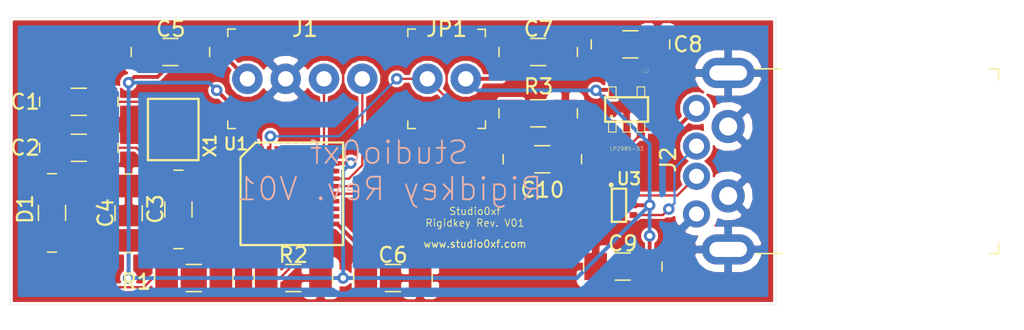
<source format=kicad_pcb>
(kicad_pcb (version 20171130) (host pcbnew 5.0.2+dfsg1-1)

  (general
    (thickness 1.6)
    (drawings 7)
    (tracks 145)
    (zones 0)
    (modules 21)
    (nets 36)
  )

  (page A4)
  (title_block
    (title Rigidkey)
    (rev V01)
    (comment 2 creativecommons.org/licenses/by/4.0/)
    (comment 3 "License: CC By 4.0")
    (comment 4 "Author: Eric Taylor")
  )

  (layers
    (0 F.Cu signal)
    (31 B.Cu signal)
    (32 B.Adhes user)
    (33 F.Adhes user)
    (34 B.Paste user)
    (35 F.Paste user)
    (36 B.SilkS user)
    (37 F.SilkS user)
    (38 B.Mask user)
    (39 F.Mask user)
    (40 Dwgs.User user)
    (41 Cmts.User user)
    (42 Eco1.User user)
    (43 Eco2.User user)
    (44 Edge.Cuts user)
    (45 Margin user)
    (46 B.CrtYd user)
    (47 F.CrtYd user)
    (48 B.Fab user)
    (49 F.Fab user)
  )

  (setup
    (last_trace_width 0.1524)
    (trace_clearance 0.1524)
    (zone_clearance 0.508)
    (zone_45_only no)
    (trace_min 0.1524)
    (segment_width 0.2)
    (edge_width 0.15)
    (via_size 0.762)
    (via_drill 0.381)
    (via_min_size 0.508)
    (via_min_drill 0.254)
    (uvia_size 0.762)
    (uvia_drill 0.381)
    (uvias_allowed no)
    (uvia_min_size 0.2)
    (uvia_min_drill 0.1)
    (pcb_text_width 0.3)
    (pcb_text_size 1.5 1.5)
    (mod_edge_width 0.15)
    (mod_text_size 1 1)
    (mod_text_width 0.15)
    (pad_size 0.29972 0.7493)
    (pad_drill 0)
    (pad_to_mask_clearance 0.0508)
    (solder_mask_min_width 0.25)
    (aux_axis_origin 0 0)
    (visible_elements FFFFFF7F)
    (pcbplotparams
      (layerselection 0x010f0_ffffffff)
      (usegerberextensions true)
      (usegerberattributes false)
      (usegerberadvancedattributes false)
      (creategerberjobfile false)
      (excludeedgelayer true)
      (linewidth 0.100000)
      (plotframeref false)
      (viasonmask false)
      (mode 1)
      (useauxorigin false)
      (hpglpennumber 1)
      (hpglpenspeed 20)
      (hpglpendiameter 15.000000)
      (psnegative false)
      (psa4output false)
      (plotreference true)
      (plotvalue false)
      (plotinvisibletext false)
      (padsonsilk false)
      (subtractmaskfromsilk false)
      (outputformat 1)
      (mirror false)
      (drillshape 0)
      (scaleselection 1)
      (outputdirectory "gerbers/"))
  )

  (net 0 "")
  (net 1 "Net-(C1-Pad1)")
  (net 2 GND)
  (net 3 "Net-(C2-Pad2)")
  (net 4 "Net-(C3-Pad1)")
  (net 5 +3V3)
  (net 6 "Net-(C8-Pad1)")
  (net 7 "Net-(C10-Pad1)")
  (net 8 "Net-(D1-Pad2)")
  (net 9 "Net-(J1-Pad3)")
  (net 10 "Net-(J1-Pad4)")
  (net 11 "Net-(J2-Pad3)")
  (net 12 "Net-(J2-Pad2)")
  (net 13 /BOOTO)
  (net 14 "Net-(R1-Pad1)")
  (net 15 "Net-(R2-Pad1)")
  (net 16 "Net-(U1-Pad7)")
  (net 17 "Net-(U1-Pad8)")
  (net 18 "Net-(U1-Pad9)")
  (net 19 "Net-(U1-Pad10)")
  (net 20 "Net-(U1-Pad11)")
  (net 21 "Net-(U1-Pad12)")
  (net 22 "Net-(U1-Pad13)")
  (net 23 "Net-(U1-Pad14)")
  (net 24 "Net-(U1-Pad16)")
  (net 25 "Net-(U1-Pad20)")
  (net 26 "Net-(U1-Pad21)")
  (net 27 "Net-(U1-Pad22)")
  (net 28 "Net-(U1-Pad23)")
  (net 29 "Net-(U1-Pad24)")
  (net 30 "Net-(U1-Pad29)")
  (net 31 "Net-(U1-Pad30)")
  (net 32 "Net-(U1-Pad31)")
  (net 33 "Net-(U1-Pad32)")
  (net 34 "Net-(U1-Pad33)")
  (net 35 "Net-(U1-Pad34)")

  (net_class Default "This is the default net class."
    (clearance 0.1524)
    (trace_width 0.1524)
    (via_dia 0.762)
    (via_drill 0.381)
    (uvia_dia 0.762)
    (uvia_drill 0.381)
    (add_net +3V3)
    (add_net /BOOTO)
    (add_net GND)
    (add_net "Net-(C1-Pad1)")
    (add_net "Net-(C10-Pad1)")
    (add_net "Net-(C2-Pad2)")
    (add_net "Net-(C3-Pad1)")
    (add_net "Net-(C8-Pad1)")
    (add_net "Net-(D1-Pad2)")
    (add_net "Net-(J1-Pad3)")
    (add_net "Net-(J1-Pad4)")
    (add_net "Net-(J2-Pad2)")
    (add_net "Net-(J2-Pad3)")
    (add_net "Net-(R1-Pad1)")
    (add_net "Net-(R2-Pad1)")
    (add_net "Net-(U1-Pad10)")
    (add_net "Net-(U1-Pad11)")
    (add_net "Net-(U1-Pad12)")
    (add_net "Net-(U1-Pad13)")
    (add_net "Net-(U1-Pad14)")
    (add_net "Net-(U1-Pad16)")
    (add_net "Net-(U1-Pad20)")
    (add_net "Net-(U1-Pad21)")
    (add_net "Net-(U1-Pad22)")
    (add_net "Net-(U1-Pad23)")
    (add_net "Net-(U1-Pad24)")
    (add_net "Net-(U1-Pad29)")
    (add_net "Net-(U1-Pad30)")
    (add_net "Net-(U1-Pad31)")
    (add_net "Net-(U1-Pad32)")
    (add_net "Net-(U1-Pad33)")
    (add_net "Net-(U1-Pad34)")
    (add_net "Net-(U1-Pad7)")
    (add_net "Net-(U1-Pad8)")
    (add_net "Net-(U1-Pad9)")
  )

  (module FST:QFN36 (layer F.Cu) (tedit 5D4751AF) (tstamp 5D496484)
    (at 132.9944 119.634)
    (descr "Support QFN 36 pins")
    (tags QFN36)
    (path /5D45D5B7)
    (attr smd)
    (fp_text reference U1 (at -3.7084 -3.302) (layer F.SilkS)
      (effects (font (size 0.8001 0.8001) (thickness 0.1524)))
    )
    (fp_text value STM32F103TB (at -0.0254 1.19888) (layer F.SilkS) hide
      (effects (font (size 0.508 0.508) (thickness 0.0762)))
    )
    (fp_line (start 2.99974 -2.99974) (end 2.99974 2.99974) (layer Dwgs.User) (width 0.14986))
    (fp_line (start 2.99974 2.99974) (end -2.99974 2.99974) (layer Dwgs.User) (width 0.14986))
    (fp_line (start -2.99974 2.99974) (end -2.99974 -2.99974) (layer Dwgs.User) (width 0.14986))
    (fp_line (start -2.99974 -2.99974) (end 2.99974 -2.99974) (layer Dwgs.User) (width 0.14986))
    (fp_line (start -2.4003 -3.40106) (end -3.40106 -2.4003) (layer F.SilkS) (width 0.14986))
    (fp_line (start -3.40106 -2.4003) (end -3.40106 3.40106) (layer F.SilkS) (width 0.14986))
    (fp_line (start 3.40106 -3.40106) (end 3.40106 3.40106) (layer F.SilkS) (width 0.14986))
    (fp_line (start 3.40106 3.40106) (end -3.40106 3.40106) (layer F.SilkS) (width 0.14986))
    (fp_line (start -2.4003 -3.40106) (end 3.40106 -3.40106) (layer F.SilkS) (width 0.14986))
    (pad 37 smd rect (at -1.0414 1.0414) (size 1.905 1.905) (layers F.Cu F.Paste F.Mask)
      (net 2 GND) (solder_paste_margin -0.46482))
    (pad 37 smd rect (at 1.0414 1.0414) (size 1.905 1.905) (layers F.Cu F.Paste F.Mask)
      (net 2 GND) (solder_paste_margin -0.46482))
    (pad 37 smd rect (at 1.0414 -1.0414) (size 1.905 1.905) (layers F.Cu F.Paste F.Mask)
      (net 2 GND) (solder_paste_margin -0.46482))
    (pad 1 smd rect (at -2.77622 -2.00152 90) (size 0.29972 0.7493) (layers F.Cu F.Paste F.Mask)
      (net 5 +3V3))
    (pad 2 smd rect (at -2.77622 -1.50114 90) (size 0.29972 0.7493) (layers F.Cu F.Paste F.Mask)
      (net 1 "Net-(C1-Pad1)"))
    (pad 3 smd rect (at -2.77622 -1.00076 90) (size 0.29972 0.7493) (layers F.Cu F.Paste F.Mask)
      (net 3 "Net-(C2-Pad2)"))
    (pad 4 smd rect (at -2.77622 -0.50038 90) (size 0.29972 0.7493) (layers F.Cu F.Paste F.Mask)
      (net 4 "Net-(C3-Pad1)"))
    (pad 5 smd rect (at -2.77622 0 90) (size 0.29972 0.7493) (layers F.Cu F.Paste F.Mask)
      (net 2 GND))
    (pad 6 smd rect (at -2.77622 0.50038 90) (size 0.29972 0.7493) (layers F.Cu F.Paste F.Mask)
      (net 5 +3V3))
    (pad 7 smd rect (at -2.77622 1.00076 90) (size 0.29972 0.7493) (layers F.Cu F.Paste F.Mask)
      (net 16 "Net-(U1-Pad7)"))
    (pad 8 smd rect (at -2.77622 1.50114 90) (size 0.29972 0.7493) (layers F.Cu F.Paste F.Mask)
      (net 17 "Net-(U1-Pad8)"))
    (pad 9 smd rect (at -2.77622 2.00152 90) (size 0.29972 0.7493) (layers F.Cu F.Paste F.Mask)
      (net 18 "Net-(U1-Pad9)"))
    (pad 10 smd rect (at -2.00152 2.77622) (size 0.29972 0.7493) (layers F.Cu F.Paste F.Mask)
      (net 19 "Net-(U1-Pad10)"))
    (pad 11 smd rect (at -1.50114 2.77622) (size 0.29972 0.7493) (layers F.Cu F.Paste F.Mask)
      (net 20 "Net-(U1-Pad11)"))
    (pad 12 smd rect (at -1.00076 2.77622) (size 0.29972 0.7493) (layers F.Cu F.Paste F.Mask)
      (net 21 "Net-(U1-Pad12)"))
    (pad 13 smd rect (at -0.50038 2.77622) (size 0.29972 0.7493) (layers F.Cu F.Paste F.Mask)
      (net 22 "Net-(U1-Pad13)"))
    (pad 14 smd rect (at 0 2.77622) (size 0.29972 0.7493) (layers F.Cu F.Paste F.Mask)
      (net 23 "Net-(U1-Pad14)"))
    (pad 15 smd rect (at 0.50038 2.77622) (size 0.29972 0.7493) (layers F.Cu F.Paste F.Mask)
      (net 14 "Net-(R1-Pad1)"))
    (pad 16 smd rect (at 1.00076 2.77622) (size 0.29972 0.7493) (layers F.Cu F.Paste F.Mask)
      (net 24 "Net-(U1-Pad16)"))
    (pad 17 smd rect (at 1.50114 2.77622 90) (size 0.7493 0.29972) (layers F.Cu F.Paste F.Mask)
      (net 15 "Net-(R2-Pad1)"))
    (pad 18 smd rect (at 2.00152 2.77622 90) (size 0.7493 0.29972) (layers F.Cu F.Paste F.Mask)
      (net 2 GND))
    (pad 19 smd rect (at 2.77622 2.00152 90) (size 0.29972 0.7493) (layers F.Cu F.Paste F.Mask)
      (net 5 +3V3))
    (pad 20 smd rect (at 2.77622 1.50114 90) (size 0.29972 0.7493) (layers F.Cu F.Paste F.Mask)
      (net 25 "Net-(U1-Pad20)"))
    (pad 21 smd rect (at 2.77622 1.00076 90) (size 0.29972 0.7493) (layers F.Cu F.Paste F.Mask)
      (net 26 "Net-(U1-Pad21)"))
    (pad 22 smd rect (at 2.77622 0.50038 90) (size 0.29972 0.7493) (layers F.Cu F.Paste F.Mask)
      (net 27 "Net-(U1-Pad22)"))
    (pad 23 smd rect (at 2.77622 0 90) (size 0.29972 0.7493) (layers F.Cu F.Paste F.Mask)
      (net 28 "Net-(U1-Pad23)"))
    (pad 24 smd rect (at 2.77622 -0.50038 90) (size 0.29972 0.7493) (layers F.Cu F.Paste F.Mask)
      (net 29 "Net-(U1-Pad24)"))
    (pad 25 smd rect (at 2.77622 -1.00076 90) (size 0.29972 0.7493) (layers F.Cu F.Paste F.Mask)
      (net 10 "Net-(J1-Pad4)"))
    (pad 26 smd rect (at 2.77622 -1.50114 90) (size 0.29972 0.7493) (layers F.Cu F.Paste F.Mask)
      (net 2 GND))
    (pad 27 smd rect (at 2.77622 -2.00152 90) (size 0.29972 0.7493) (layers F.Cu F.Paste F.Mask)
      (net 5 +3V3))
    (pad 28 smd rect (at 2.00152 -2.77622) (size 0.29972 0.7493) (layers F.Cu F.Paste F.Mask)
      (net 9 "Net-(J1-Pad3)"))
    (pad 29 smd rect (at 1.50114 -2.77622) (size 0.29972 0.7493) (layers F.Cu F.Paste F.Mask)
      (net 30 "Net-(U1-Pad29)"))
    (pad 30 smd rect (at 1.00076 -2.77622) (size 0.29972 0.7493) (layers F.Cu F.Paste F.Mask)
      (net 31 "Net-(U1-Pad30)"))
    (pad 31 smd rect (at 0.50038 -2.77622) (size 0.29972 0.7493) (layers F.Cu F.Paste F.Mask)
      (net 32 "Net-(U1-Pad31)"))
    (pad 32 smd rect (at 0 -2.77622) (size 0.29972 0.7493) (layers F.Cu F.Paste F.Mask)
      (net 33 "Net-(U1-Pad32)"))
    (pad 33 smd rect (at -0.50038 -2.77622) (size 0.29972 0.7493) (layers F.Cu F.Paste F.Mask)
      (net 34 "Net-(U1-Pad33)"))
    (pad 34 smd rect (at -1.00076 -2.77622) (size 0.29972 0.7493) (layers F.Cu F.Paste F.Mask)
      (net 35 "Net-(U1-Pad34)"))
    (pad 35 smd rect (at -1.50114 -2.77622) (size 0.29972 0.7493) (layers F.Cu F.Paste F.Mask)
      (net 13 /BOOTO))
    (pad 36 smd rect (at -2.00152 -2.77622) (size 0.29972 0.7493) (layers F.Cu F.Paste F.Mask)
      (net 2 GND))
    (pad 37 smd rect (at -1.0414 -1.0414) (size 1.905 1.905) (layers F.Cu F.Paste F.Mask)
      (net 2 GND) (solder_paste_margin -0.46482))
  )

  (module digikey-footprints:1206 (layer F.Cu) (tedit 5D288D46) (tstamp 5D49639E)
    (at 154.94 124.46 180)
    (descr http://media.digikey.com/pdf/Data%20Sheets/Lite-On%20PDFs/LTST-C230KFKT_5-24-06.pdf)
    (path /5D462445)
    (attr smd)
    (fp_text reference C9 (at 0 1.524 180) (layer F.SilkS)
      (effects (font (size 1 1) (thickness 0.15)))
    )
    (fp_text value 4.7uF (at 0 2.6 180) (layer F.Fab)
      (effects (font (size 1 1) (thickness 0.15)))
    )
    (fp_line (start 2.6 -0.3) (end 2.6 0.3) (layer F.SilkS) (width 0.1))
    (fp_line (start -2.6 -0.3) (end -2.6 0.3) (layer F.SilkS) (width 0.1))
    (fp_line (start 0 0.9) (end -0.5 0.9) (layer F.SilkS) (width 0.1))
    (fp_line (start 0 0.9) (end 0.5 0.9) (layer F.SilkS) (width 0.1))
    (fp_line (start 0 -0.9) (end -0.5 -0.9) (layer F.SilkS) (width 0.1))
    (fp_line (start 0 -0.9) (end 0.5 -0.9) (layer F.SilkS) (width 0.1))
    (fp_text user %R (at 0 0 180) (layer F.Fab)
      (effects (font (size 1 1) (thickness 0.15)))
    )
    (fp_line (start 2.8 1.15) (end 2.8 -1.15) (layer F.CrtYd) (width 0.05))
    (fp_line (start 2.8 -1.15) (end -2.8 -1.15) (layer F.CrtYd) (width 0.05))
    (fp_line (start -2.8 -1.15) (end -2.8 1.15) (layer F.CrtYd) (width 0.05))
    (fp_line (start -2.8 1.15) (end 2.8 1.15) (layer F.CrtYd) (width 0.05))
    (fp_line (start -1.6 -0.8) (end -1.6 0.8) (layer F.Fab) (width 0.1))
    (fp_line (start 1.6 -0.8) (end 1.6 0.8) (layer F.Fab) (width 0.1))
    (fp_line (start -1.6 -0.8) (end 1.6 -0.8) (layer F.Fab) (width 0.1))
    (fp_line (start -1.6 0.8) (end 1.6 0.8) (layer F.Fab) (width 0.1))
    (pad 1 smd rect (at -1.8 0 180) (size 1.5 1.8) (layers F.Cu F.Paste F.Mask)
      (net 5 +3V3))
    (pad 2 smd rect (at 1.8 0 180) (size 1.5 1.8) (layers F.Cu F.Paste F.Mask)
      (net 2 GND))
  )

  (module digikey-footprints:1206 (layer F.Cu) (tedit 5D288D46) (tstamp 5D49635F)
    (at 139.7 125.222)
    (descr http://media.digikey.com/pdf/Data%20Sheets/Lite-On%20PDFs/LTST-C230KFKT_5-24-06.pdf)
    (path /5D484CCC)
    (attr smd)
    (fp_text reference C6 (at 0 -1.524) (layer F.SilkS)
      (effects (font (size 1 1) (thickness 0.15)))
    )
    (fp_text value 0.1uF (at 0 2.6) (layer F.Fab)
      (effects (font (size 1 1) (thickness 0.15)))
    )
    (fp_line (start -1.6 0.8) (end 1.6 0.8) (layer F.Fab) (width 0.1))
    (fp_line (start -1.6 -0.8) (end 1.6 -0.8) (layer F.Fab) (width 0.1))
    (fp_line (start 1.6 -0.8) (end 1.6 0.8) (layer F.Fab) (width 0.1))
    (fp_line (start -1.6 -0.8) (end -1.6 0.8) (layer F.Fab) (width 0.1))
    (fp_line (start -2.8 1.15) (end 2.8 1.15) (layer F.CrtYd) (width 0.05))
    (fp_line (start -2.8 -1.15) (end -2.8 1.15) (layer F.CrtYd) (width 0.05))
    (fp_line (start 2.8 -1.15) (end -2.8 -1.15) (layer F.CrtYd) (width 0.05))
    (fp_line (start 2.8 1.15) (end 2.8 -1.15) (layer F.CrtYd) (width 0.05))
    (fp_text user %R (at 0 0) (layer F.Fab)
      (effects (font (size 1 1) (thickness 0.15)))
    )
    (fp_line (start 0 -0.9) (end 0.5 -0.9) (layer F.SilkS) (width 0.1))
    (fp_line (start 0 -0.9) (end -0.5 -0.9) (layer F.SilkS) (width 0.1))
    (fp_line (start 0 0.9) (end 0.5 0.9) (layer F.SilkS) (width 0.1))
    (fp_line (start 0 0.9) (end -0.5 0.9) (layer F.SilkS) (width 0.1))
    (fp_line (start -2.6 -0.3) (end -2.6 0.3) (layer F.SilkS) (width 0.1))
    (fp_line (start 2.6 -0.3) (end 2.6 0.3) (layer F.SilkS) (width 0.1))
    (pad 2 smd rect (at 1.8 0) (size 1.5 1.8) (layers F.Cu F.Paste F.Mask)
      (net 2 GND))
    (pad 1 smd rect (at -1.8 0) (size 1.5 1.8) (layers F.Cu F.Paste F.Mask)
      (net 5 +3V3))
  )

  (module digikey-footprints:1206 (layer F.Cu) (tedit 5D288D46) (tstamp 5D4963B3)
    (at 149.606 117.348 180)
    (descr http://media.digikey.com/pdf/Data%20Sheets/Lite-On%20PDFs/LTST-C230KFKT_5-24-06.pdf)
    (path /5D4610EC)
    (attr smd)
    (fp_text reference C10 (at 0 -2.032 180) (layer F.SilkS)
      (effects (font (size 1 1) (thickness 0.15)))
    )
    (fp_text value 4.7uF (at 0 2.6 180) (layer F.Fab)
      (effects (font (size 1 1) (thickness 0.15)))
    )
    (fp_line (start -1.6 0.8) (end 1.6 0.8) (layer F.Fab) (width 0.1))
    (fp_line (start -1.6 -0.8) (end 1.6 -0.8) (layer F.Fab) (width 0.1))
    (fp_line (start 1.6 -0.8) (end 1.6 0.8) (layer F.Fab) (width 0.1))
    (fp_line (start -1.6 -0.8) (end -1.6 0.8) (layer F.Fab) (width 0.1))
    (fp_line (start -2.8 1.15) (end 2.8 1.15) (layer F.CrtYd) (width 0.05))
    (fp_line (start -2.8 -1.15) (end -2.8 1.15) (layer F.CrtYd) (width 0.05))
    (fp_line (start 2.8 -1.15) (end -2.8 -1.15) (layer F.CrtYd) (width 0.05))
    (fp_line (start 2.8 1.15) (end 2.8 -1.15) (layer F.CrtYd) (width 0.05))
    (fp_text user %R (at 0 0 180) (layer F.Fab)
      (effects (font (size 1 1) (thickness 0.15)))
    )
    (fp_line (start 0 -0.9) (end 0.5 -0.9) (layer F.SilkS) (width 0.1))
    (fp_line (start 0 -0.9) (end -0.5 -0.9) (layer F.SilkS) (width 0.1))
    (fp_line (start 0 0.9) (end 0.5 0.9) (layer F.SilkS) (width 0.1))
    (fp_line (start 0 0.9) (end -0.5 0.9) (layer F.SilkS) (width 0.1))
    (fp_line (start -2.6 -0.3) (end -2.6 0.3) (layer F.SilkS) (width 0.1))
    (fp_line (start 2.6 -0.3) (end 2.6 0.3) (layer F.SilkS) (width 0.1))
    (pad 2 smd rect (at 1.8 0 180) (size 1.5 1.8) (layers F.Cu F.Paste F.Mask)
      (net 2 GND))
    (pad 1 smd rect (at -1.8 0 180) (size 1.5 1.8) (layers F.Cu F.Paste F.Mask)
      (net 7 "Net-(C10-Pad1)"))
  )

  (module digikey-footprints:1206 (layer F.Cu) (tedit 5D288D46) (tstamp 5D4962F6)
    (at 118.872 113.538 180)
    (descr http://media.digikey.com/pdf/Data%20Sheets/Lite-On%20PDFs/LTST-C230KFKT_5-24-06.pdf)
    (path /5D46AB84)
    (attr smd)
    (fp_text reference C1 (at 3.556 0 180) (layer F.SilkS)
      (effects (font (size 1 1) (thickness 0.15)))
    )
    (fp_text value 27pF (at 0 2.6 180) (layer F.Fab)
      (effects (font (size 1 1) (thickness 0.15)))
    )
    (fp_line (start 2.6 -0.3) (end 2.6 0.3) (layer F.SilkS) (width 0.1))
    (fp_line (start -2.6 -0.3) (end -2.6 0.3) (layer F.SilkS) (width 0.1))
    (fp_line (start 0 0.9) (end -0.5 0.9) (layer F.SilkS) (width 0.1))
    (fp_line (start 0 0.9) (end 0.5 0.9) (layer F.SilkS) (width 0.1))
    (fp_line (start 0 -0.9) (end -0.5 -0.9) (layer F.SilkS) (width 0.1))
    (fp_line (start 0 -0.9) (end 0.5 -0.9) (layer F.SilkS) (width 0.1))
    (fp_text user %R (at 0 0 180) (layer F.Fab)
      (effects (font (size 1 1) (thickness 0.15)))
    )
    (fp_line (start 2.8 1.15) (end 2.8 -1.15) (layer F.CrtYd) (width 0.05))
    (fp_line (start 2.8 -1.15) (end -2.8 -1.15) (layer F.CrtYd) (width 0.05))
    (fp_line (start -2.8 -1.15) (end -2.8 1.15) (layer F.CrtYd) (width 0.05))
    (fp_line (start -2.8 1.15) (end 2.8 1.15) (layer F.CrtYd) (width 0.05))
    (fp_line (start -1.6 -0.8) (end -1.6 0.8) (layer F.Fab) (width 0.1))
    (fp_line (start 1.6 -0.8) (end 1.6 0.8) (layer F.Fab) (width 0.1))
    (fp_line (start -1.6 -0.8) (end 1.6 -0.8) (layer F.Fab) (width 0.1))
    (fp_line (start -1.6 0.8) (end 1.6 0.8) (layer F.Fab) (width 0.1))
    (pad 1 smd rect (at -1.8 0 180) (size 1.5 1.8) (layers F.Cu F.Paste F.Mask)
      (net 1 "Net-(C1-Pad1)"))
    (pad 2 smd rect (at 1.8 0 180) (size 1.5 1.8) (layers F.Cu F.Paste F.Mask)
      (net 2 GND))
  )

  (module digikey-footprints:1206 (layer F.Cu) (tedit 5D288D46) (tstamp 5D49630B)
    (at 118.872 116.586)
    (descr http://media.digikey.com/pdf/Data%20Sheets/Lite-On%20PDFs/LTST-C230KFKT_5-24-06.pdf)
    (path /5D46AA07)
    (attr smd)
    (fp_text reference C2 (at -3.556 0) (layer F.SilkS)
      (effects (font (size 1 1) (thickness 0.15)))
    )
    (fp_text value 27pF (at 0 2.6) (layer F.Fab)
      (effects (font (size 1 1) (thickness 0.15)))
    )
    (fp_line (start -1.6 0.8) (end 1.6 0.8) (layer F.Fab) (width 0.1))
    (fp_line (start -1.6 -0.8) (end 1.6 -0.8) (layer F.Fab) (width 0.1))
    (fp_line (start 1.6 -0.8) (end 1.6 0.8) (layer F.Fab) (width 0.1))
    (fp_line (start -1.6 -0.8) (end -1.6 0.8) (layer F.Fab) (width 0.1))
    (fp_line (start -2.8 1.15) (end 2.8 1.15) (layer F.CrtYd) (width 0.05))
    (fp_line (start -2.8 -1.15) (end -2.8 1.15) (layer F.CrtYd) (width 0.05))
    (fp_line (start 2.8 -1.15) (end -2.8 -1.15) (layer F.CrtYd) (width 0.05))
    (fp_line (start 2.8 1.15) (end 2.8 -1.15) (layer F.CrtYd) (width 0.05))
    (fp_text user %R (at 0 0) (layer F.Fab)
      (effects (font (size 1 1) (thickness 0.15)))
    )
    (fp_line (start 0 -0.9) (end 0.5 -0.9) (layer F.SilkS) (width 0.1))
    (fp_line (start 0 -0.9) (end -0.5 -0.9) (layer F.SilkS) (width 0.1))
    (fp_line (start 0 0.9) (end 0.5 0.9) (layer F.SilkS) (width 0.1))
    (fp_line (start 0 0.9) (end -0.5 0.9) (layer F.SilkS) (width 0.1))
    (fp_line (start -2.6 -0.3) (end -2.6 0.3) (layer F.SilkS) (width 0.1))
    (fp_line (start 2.6 -0.3) (end 2.6 0.3) (layer F.SilkS) (width 0.1))
    (pad 2 smd rect (at 1.8 0) (size 1.5 1.8) (layers F.Cu F.Paste F.Mask)
      (net 3 "Net-(C2-Pad2)"))
    (pad 1 smd rect (at -1.8 0) (size 1.5 1.8) (layers F.Cu F.Paste F.Mask)
      (net 2 GND))
  )

  (module digikey-footprints:1206 (layer F.Cu) (tedit 5D288D46) (tstamp 5D496320)
    (at 125.476 120.672 270)
    (descr http://media.digikey.com/pdf/Data%20Sheets/Lite-On%20PDFs/LTST-C230KFKT_5-24-06.pdf)
    (path /5D4B882F)
    (attr smd)
    (fp_text reference C3 (at -0.022 1.524 270) (layer F.SilkS)
      (effects (font (size 1 1) (thickness 0.15)))
    )
    (fp_text value 0.1uF (at 0 2.6 270) (layer F.Fab)
      (effects (font (size 1 1) (thickness 0.15)))
    )
    (fp_line (start 2.6 -0.3) (end 2.6 0.3) (layer F.SilkS) (width 0.1))
    (fp_line (start -2.6 -0.3) (end -2.6 0.3) (layer F.SilkS) (width 0.1))
    (fp_line (start 0 0.9) (end -0.5 0.9) (layer F.SilkS) (width 0.1))
    (fp_line (start 0 0.9) (end 0.5 0.9) (layer F.SilkS) (width 0.1))
    (fp_line (start 0 -0.9) (end -0.5 -0.9) (layer F.SilkS) (width 0.1))
    (fp_line (start 0 -0.9) (end 0.5 -0.9) (layer F.SilkS) (width 0.1))
    (fp_text user %R (at 0 0 270) (layer F.Fab)
      (effects (font (size 1 1) (thickness 0.15)))
    )
    (fp_line (start 2.8 1.15) (end 2.8 -1.15) (layer F.CrtYd) (width 0.05))
    (fp_line (start 2.8 -1.15) (end -2.8 -1.15) (layer F.CrtYd) (width 0.05))
    (fp_line (start -2.8 -1.15) (end -2.8 1.15) (layer F.CrtYd) (width 0.05))
    (fp_line (start -2.8 1.15) (end 2.8 1.15) (layer F.CrtYd) (width 0.05))
    (fp_line (start -1.6 -0.8) (end -1.6 0.8) (layer F.Fab) (width 0.1))
    (fp_line (start 1.6 -0.8) (end 1.6 0.8) (layer F.Fab) (width 0.1))
    (fp_line (start -1.6 -0.8) (end 1.6 -0.8) (layer F.Fab) (width 0.1))
    (fp_line (start -1.6 0.8) (end 1.6 0.8) (layer F.Fab) (width 0.1))
    (pad 1 smd rect (at -1.8 0 270) (size 1.5 1.8) (layers F.Cu F.Paste F.Mask)
      (net 4 "Net-(C3-Pad1)"))
    (pad 2 smd rect (at 1.8 0 270) (size 1.5 1.8) (layers F.Cu F.Paste F.Mask)
      (net 2 GND))
  )

  (module digikey-footprints:1206 (layer F.Cu) (tedit 5D288D46) (tstamp 5D496335)
    (at 122.174 120.926 90)
    (descr http://media.digikey.com/pdf/Data%20Sheets/Lite-On%20PDFs/LTST-C230KFKT_5-24-06.pdf)
    (path /5D4CB22B)
    (attr smd)
    (fp_text reference C4 (at 0.022 -1.524 90) (layer F.SilkS)
      (effects (font (size 1 1) (thickness 0.15)))
    )
    (fp_text value 0.1uF (at 0 2.6 90) (layer F.Fab)
      (effects (font (size 1 1) (thickness 0.15)))
    )
    (fp_line (start -1.6 0.8) (end 1.6 0.8) (layer F.Fab) (width 0.1))
    (fp_line (start -1.6 -0.8) (end 1.6 -0.8) (layer F.Fab) (width 0.1))
    (fp_line (start 1.6 -0.8) (end 1.6 0.8) (layer F.Fab) (width 0.1))
    (fp_line (start -1.6 -0.8) (end -1.6 0.8) (layer F.Fab) (width 0.1))
    (fp_line (start -2.8 1.15) (end 2.8 1.15) (layer F.CrtYd) (width 0.05))
    (fp_line (start -2.8 -1.15) (end -2.8 1.15) (layer F.CrtYd) (width 0.05))
    (fp_line (start 2.8 -1.15) (end -2.8 -1.15) (layer F.CrtYd) (width 0.05))
    (fp_line (start 2.8 1.15) (end 2.8 -1.15) (layer F.CrtYd) (width 0.05))
    (fp_text user %R (at 0 0 90) (layer F.Fab)
      (effects (font (size 1 1) (thickness 0.15)))
    )
    (fp_line (start 0 -0.9) (end 0.5 -0.9) (layer F.SilkS) (width 0.1))
    (fp_line (start 0 -0.9) (end -0.5 -0.9) (layer F.SilkS) (width 0.1))
    (fp_line (start 0 0.9) (end 0.5 0.9) (layer F.SilkS) (width 0.1))
    (fp_line (start 0 0.9) (end -0.5 0.9) (layer F.SilkS) (width 0.1))
    (fp_line (start -2.6 -0.3) (end -2.6 0.3) (layer F.SilkS) (width 0.1))
    (fp_line (start 2.6 -0.3) (end 2.6 0.3) (layer F.SilkS) (width 0.1))
    (pad 2 smd rect (at 1.8 0 90) (size 1.5 1.8) (layers F.Cu F.Paste F.Mask)
      (net 2 GND))
    (pad 1 smd rect (at -1.8 0 90) (size 1.5 1.8) (layers F.Cu F.Paste F.Mask)
      (net 5 +3V3))
  )

  (module digikey-footprints:1206 (layer F.Cu) (tedit 5D288D46) (tstamp 5D49634A)
    (at 124.946 110.236)
    (descr http://media.digikey.com/pdf/Data%20Sheets/Lite-On%20PDFs/LTST-C230KFKT_5-24-06.pdf)
    (path /5D474F9C)
    (attr smd)
    (fp_text reference C5 (at 0.022 -1.524) (layer F.SilkS)
      (effects (font (size 1 1) (thickness 0.15)))
    )
    (fp_text value 0.1uF (at 0 2.6) (layer F.Fab)
      (effects (font (size 1 1) (thickness 0.15)))
    )
    (fp_line (start 2.6 -0.3) (end 2.6 0.3) (layer F.SilkS) (width 0.1))
    (fp_line (start -2.6 -0.3) (end -2.6 0.3) (layer F.SilkS) (width 0.1))
    (fp_line (start 0 0.9) (end -0.5 0.9) (layer F.SilkS) (width 0.1))
    (fp_line (start 0 0.9) (end 0.5 0.9) (layer F.SilkS) (width 0.1))
    (fp_line (start 0 -0.9) (end -0.5 -0.9) (layer F.SilkS) (width 0.1))
    (fp_line (start 0 -0.9) (end 0.5 -0.9) (layer F.SilkS) (width 0.1))
    (fp_text user %R (at 0 0) (layer F.Fab)
      (effects (font (size 1 1) (thickness 0.15)))
    )
    (fp_line (start 2.8 1.15) (end 2.8 -1.15) (layer F.CrtYd) (width 0.05))
    (fp_line (start 2.8 -1.15) (end -2.8 -1.15) (layer F.CrtYd) (width 0.05))
    (fp_line (start -2.8 -1.15) (end -2.8 1.15) (layer F.CrtYd) (width 0.05))
    (fp_line (start -2.8 1.15) (end 2.8 1.15) (layer F.CrtYd) (width 0.05))
    (fp_line (start -1.6 -0.8) (end -1.6 0.8) (layer F.Fab) (width 0.1))
    (fp_line (start 1.6 -0.8) (end 1.6 0.8) (layer F.Fab) (width 0.1))
    (fp_line (start -1.6 -0.8) (end 1.6 -0.8) (layer F.Fab) (width 0.1))
    (fp_line (start -1.6 0.8) (end 1.6 0.8) (layer F.Fab) (width 0.1))
    (pad 1 smd rect (at -1.8 0) (size 1.5 1.8) (layers F.Cu F.Paste F.Mask)
      (net 2 GND))
    (pad 2 smd rect (at 1.8 0) (size 1.5 1.8) (layers F.Cu F.Paste F.Mask)
      (net 5 +3V3))
  )

  (module digikey-footprints:1206 (layer F.Cu) (tedit 5D288D46) (tstamp 5D496374)
    (at 149.33 110.236 180)
    (descr http://media.digikey.com/pdf/Data%20Sheets/Lite-On%20PDFs/LTST-C230KFKT_5-24-06.pdf)
    (path /5D4645F7)
    (attr smd)
    (fp_text reference C7 (at -0.022 1.524 180) (layer F.SilkS)
      (effects (font (size 1 1) (thickness 0.15)))
    )
    (fp_text value 0.1uF (at 0 2.6 180) (layer F.Fab)
      (effects (font (size 1 1) (thickness 0.15)))
    )
    (fp_line (start 2.6 -0.3) (end 2.6 0.3) (layer F.SilkS) (width 0.1))
    (fp_line (start -2.6 -0.3) (end -2.6 0.3) (layer F.SilkS) (width 0.1))
    (fp_line (start 0 0.9) (end -0.5 0.9) (layer F.SilkS) (width 0.1))
    (fp_line (start 0 0.9) (end 0.5 0.9) (layer F.SilkS) (width 0.1))
    (fp_line (start 0 -0.9) (end -0.5 -0.9) (layer F.SilkS) (width 0.1))
    (fp_line (start 0 -0.9) (end 0.5 -0.9) (layer F.SilkS) (width 0.1))
    (fp_text user %R (at 0 0 180) (layer F.Fab)
      (effects (font (size 1 1) (thickness 0.15)))
    )
    (fp_line (start 2.8 1.15) (end 2.8 -1.15) (layer F.CrtYd) (width 0.05))
    (fp_line (start 2.8 -1.15) (end -2.8 -1.15) (layer F.CrtYd) (width 0.05))
    (fp_line (start -2.8 -1.15) (end -2.8 1.15) (layer F.CrtYd) (width 0.05))
    (fp_line (start -2.8 1.15) (end 2.8 1.15) (layer F.CrtYd) (width 0.05))
    (fp_line (start -1.6 -0.8) (end -1.6 0.8) (layer F.Fab) (width 0.1))
    (fp_line (start 1.6 -0.8) (end 1.6 0.8) (layer F.Fab) (width 0.1))
    (fp_line (start -1.6 -0.8) (end 1.6 -0.8) (layer F.Fab) (width 0.1))
    (fp_line (start -1.6 0.8) (end 1.6 0.8) (layer F.Fab) (width 0.1))
    (pad 1 smd rect (at -1.8 0 180) (size 1.5 1.8) (layers F.Cu F.Paste F.Mask)
      (net 2 GND))
    (pad 2 smd rect (at 1.8 0 180) (size 1.5 1.8) (layers F.Cu F.Paste F.Mask)
      (net 5 +3V3))
  )

  (module digikey-footprints:1206 (layer F.Cu) (tedit 5D288D46) (tstamp 5D496389)
    (at 155.448 109.728)
    (descr http://media.digikey.com/pdf/Data%20Sheets/Lite-On%20PDFs/LTST-C230KFKT_5-24-06.pdf)
    (path /5D461C34)
    (attr smd)
    (fp_text reference C8 (at 3.81 0) (layer F.SilkS)
      (effects (font (size 1 1) (thickness 0.15)))
    )
    (fp_text value 0.01uF (at 0 2.6) (layer F.Fab)
      (effects (font (size 1 1) (thickness 0.15)))
    )
    (fp_line (start 2.6 -0.3) (end 2.6 0.3) (layer F.SilkS) (width 0.1))
    (fp_line (start -2.6 -0.3) (end -2.6 0.3) (layer F.SilkS) (width 0.1))
    (fp_line (start 0 0.9) (end -0.5 0.9) (layer F.SilkS) (width 0.1))
    (fp_line (start 0 0.9) (end 0.5 0.9) (layer F.SilkS) (width 0.1))
    (fp_line (start 0 -0.9) (end -0.5 -0.9) (layer F.SilkS) (width 0.1))
    (fp_line (start 0 -0.9) (end 0.5 -0.9) (layer F.SilkS) (width 0.1))
    (fp_text user %R (at 0 0) (layer F.Fab)
      (effects (font (size 1 1) (thickness 0.15)))
    )
    (fp_line (start 2.8 1.15) (end 2.8 -1.15) (layer F.CrtYd) (width 0.05))
    (fp_line (start 2.8 -1.15) (end -2.8 -1.15) (layer F.CrtYd) (width 0.05))
    (fp_line (start -2.8 -1.15) (end -2.8 1.15) (layer F.CrtYd) (width 0.05))
    (fp_line (start -2.8 1.15) (end 2.8 1.15) (layer F.CrtYd) (width 0.05))
    (fp_line (start -1.6 -0.8) (end -1.6 0.8) (layer F.Fab) (width 0.1))
    (fp_line (start 1.6 -0.8) (end 1.6 0.8) (layer F.Fab) (width 0.1))
    (fp_line (start -1.6 -0.8) (end 1.6 -0.8) (layer F.Fab) (width 0.1))
    (fp_line (start -1.6 0.8) (end 1.6 0.8) (layer F.Fab) (width 0.1))
    (pad 1 smd rect (at -1.8 0) (size 1.5 1.8) (layers F.Cu F.Paste F.Mask)
      (net 6 "Net-(C8-Pad1)"))
    (pad 2 smd rect (at 1.8 0) (size 1.5 1.8) (layers F.Cu F.Paste F.Mask)
      (net 2 GND))
  )

  (module digikey-footprints:1206 (layer F.Cu) (tedit 5D288D46) (tstamp 5D4963C8)
    (at 117.094 120.904 270)
    (descr http://media.digikey.com/pdf/Data%20Sheets/Lite-On%20PDFs/LTST-C230KFKT_5-24-06.pdf)
    (path /5D462D61)
    (attr smd)
    (fp_text reference D1 (at -0.254 1.778 270) (layer F.SilkS)
      (effects (font (size 1 1) (thickness 0.15)))
    )
    (fp_text value GREEN (at 0 2.6 270) (layer F.Fab)
      (effects (font (size 1 1) (thickness 0.15)))
    )
    (fp_line (start 2.6 -0.3) (end 2.6 0.3) (layer F.SilkS) (width 0.1))
    (fp_line (start -2.6 -0.3) (end -2.6 0.3) (layer F.SilkS) (width 0.1))
    (fp_line (start 0 0.9) (end -0.5 0.9) (layer F.SilkS) (width 0.1))
    (fp_line (start 0 0.9) (end 0.5 0.9) (layer F.SilkS) (width 0.1))
    (fp_line (start 0 -0.9) (end -0.5 -0.9) (layer F.SilkS) (width 0.1))
    (fp_line (start 0 -0.9) (end 0.5 -0.9) (layer F.SilkS) (width 0.1))
    (fp_text user %R (at 0 0 270) (layer F.Fab)
      (effects (font (size 1 1) (thickness 0.15)))
    )
    (fp_line (start 2.8 1.15) (end 2.8 -1.15) (layer F.CrtYd) (width 0.05))
    (fp_line (start 2.8 -1.15) (end -2.8 -1.15) (layer F.CrtYd) (width 0.05))
    (fp_line (start -2.8 -1.15) (end -2.8 1.15) (layer F.CrtYd) (width 0.05))
    (fp_line (start -2.8 1.15) (end 2.8 1.15) (layer F.CrtYd) (width 0.05))
    (fp_line (start -1.6 -0.8) (end -1.6 0.8) (layer F.Fab) (width 0.1))
    (fp_line (start 1.6 -0.8) (end 1.6 0.8) (layer F.Fab) (width 0.1))
    (fp_line (start -1.6 -0.8) (end 1.6 -0.8) (layer F.Fab) (width 0.1))
    (fp_line (start -1.6 0.8) (end 1.6 0.8) (layer F.Fab) (width 0.1))
    (pad 1 smd rect (at -1.8 0 270) (size 1.5 1.8) (layers F.Cu F.Paste F.Mask)
      (net 2 GND))
    (pad 2 smd rect (at 1.8 0 270) (size 1.5 1.8) (layers F.Cu F.Paste F.Mask)
      (net 8 "Net-(D1-Pad2)"))
  )

  (module digikey-footprints:PinHeader_1x4_P2.54mm_Drill1.02mm (layer F.Cu) (tedit 5A43C936) (tstamp 5D4963DD)
    (at 130.048 112.014)
    (descr http://www.molex.com/pdm_docs/sd/022232031_sd.pdf)
    (path /5D473437)
    (fp_text reference J1 (at 3.81 -3.302) (layer F.SilkS)
      (effects (font (size 1 1) (thickness 0.15)))
    )
    (fp_text value Conn_01x04_Male (at 4.08 4.52) (layer F.Fab)
      (effects (font (size 1 1) (thickness 0.15)))
    )
    (fp_line (start 9.06 -3.42) (end 9.06 3.42) (layer F.CrtYd) (width 0.05))
    (fp_line (start 8.81 -3.17) (end 8.81 3.17) (layer F.Fab) (width 0.1))
    (fp_line (start -1.2 3.17) (end 8.81 3.17) (layer F.Fab) (width 0.1))
    (fp_text user %R (at 4.17 0) (layer F.Fab)
      (effects (font (size 1 1) (thickness 0.15)))
    )
    (fp_line (start 9.06 3.42) (end -1.45 3.42) (layer F.CrtYd) (width 0.05))
    (fp_line (start -1.45 -3.42) (end -1.45 3.42) (layer F.CrtYd) (width 0.05))
    (fp_line (start 9.06 -3.42) (end -1.45 -3.42) (layer F.CrtYd) (width 0.05))
    (fp_line (start -1.3 -3.3) (end -1.3 -2.8) (layer F.SilkS) (width 0.1))
    (fp_line (start -1.3 -3.3) (end -0.8 -3.3) (layer F.SilkS) (width 0.1))
    (fp_line (start -1.3 3.3) (end -1.3 2.8) (layer F.SilkS) (width 0.1))
    (fp_line (start -1.3 3.3) (end -0.8 3.3) (layer F.SilkS) (width 0.1))
    (fp_line (start -1.2 -3.17) (end -1.2 3.17) (layer F.Fab) (width 0.1))
    (fp_line (start -1.2 -3.17) (end 8.81 -3.17) (layer F.Fab) (width 0.1))
    (pad 1 thru_hole circle (at 0 0) (size 2.02 2.02) (drill 1.02) (layers *.Cu *.Mask)
      (net 5 +3V3))
    (pad 2 thru_hole circle (at 2.54 0) (size 2.02 2.02) (drill 1.02) (layers *.Cu *.Mask)
      (net 2 GND))
    (pad 3 thru_hole circle (at 5.08 0) (size 2.02 2.02) (drill 1.02) (layers *.Cu *.Mask)
      (net 9 "Net-(J1-Pad3)"))
    (pad 4 thru_hole circle (at 7.62 0) (size 2.02 2.02) (drill 1.02) (layers *.Cu *.Mask)
      (net 10 "Net-(J1-Pad4)"))
  )

  (module FST:USB_Male_A_UP2-AH-1-TH (layer F.Cu) (tedit 5D47101A) (tstamp 5D4963F9)
    (at 161.925 117.475 90)
    (descr http://www.cui.com/product/resource/up2-ah-th.pdf)
    (path /5D45D967)
    (fp_text reference J2 (at 0.1 -3.975 90) (layer F.SilkS)
      (effects (font (size 1 1) (thickness 0.15)))
    )
    (fp_text value USB_A (at 0.25 18.775 90) (layer F.Fab)
      (effects (font (size 1 1) (thickness 0.15)))
    )
    (fp_line (start 6.125 2.55) (end 6.125 3.5) (layer F.SilkS) (width 0.1))
    (fp_line (start -6.125 1.8) (end -6.125 3.575) (layer F.SilkS) (width 0.1))
    (fp_line (start 6.125 1.8) (end 6.125 2.575) (layer F.SilkS) (width 0.1))
    (fp_line (start -5.425 17.925) (end -6.125 17.925) (layer F.SilkS) (width 0.1))
    (fp_line (start -6.125 17.925) (end -6.125 17.375) (layer F.SilkS) (width 0.1))
    (fp_line (start 5.4 17.925) (end 6.125 17.925) (layer F.SilkS) (width 0.1))
    (fp_line (start 6.125 17.925) (end 6.125 17.325) (layer F.SilkS) (width 0.1))
    (fp_text user %R (at 0.025 1.825 90) (layer F.Fab)
      (effects (font (size 1 1) (thickness 0.15)))
    )
    (fp_line (start -6 -1) (end 6 -1) (layer F.Fab) (width 0.1))
    (fp_line (start -6 17.8) (end 6 17.8) (layer F.Fab) (width 0.1))
    (fp_line (start 6 -1) (end 6 17.8) (layer F.Fab) (width 0.1))
    (fp_line (start -6 -1) (end -6 17.8) (layer F.Fab) (width 0.1))
    (fp_line (start -7.1 -3.25) (end 7.1 -3.25) (layer F.CrtYd) (width 0.05))
    (fp_line (start -7.1 2.9) (end -7.1 -3.25) (layer F.CrtYd) (width 0.05))
    (fp_line (start 7.1 2.9) (end 7.1 -3.25) (layer F.CrtYd) (width 0.05))
    (fp_line (start -7.1 2.9) (end 7.1 2.9) (layer F.CrtYd) (width 0.05))
    (pad 5 thru_hole oval (at -5.85 0 90) (size 2 3.5) (drill oval 1 2.5) (layers *.Cu *.Mask)
      (net 2 GND))
    (pad 5 thru_hole oval (at 5.85 0 90) (size 2 3.5) (drill oval 1 2.5) (layers *.Cu *.Mask)
      (net 2 GND))
    (pad 5 thru_hole circle (at -2.3 0 90) (size 2.2 2.2) (drill 1.2) (layers *.Cu *.Mask)
      (net 2 GND))
    (pad 5 thru_hole circle (at 2.3 0 90) (size 2.2 2.2) (drill 1.2) (layers *.Cu *.Mask)
      (net 2 GND))
    (pad 4 thru_hole circle (at -3.5 -2.1 90) (size 1.8 1.8) (drill 1) (layers *.Cu *.Mask)
      (net 2 GND))
    (pad 3 thru_hole circle (at -1 -2.1 90) (size 1.8 1.8) (drill 1) (layers *.Cu *.Mask)
      (net 11 "Net-(J2-Pad3)"))
    (pad 2 thru_hole circle (at 1 -2.1 90) (size 1.8 1.8) (drill 1) (layers *.Cu *.Mask)
      (net 12 "Net-(J2-Pad2)"))
    (pad 1 thru_hole circle (at 3.5 -2.1 90) (size 1.8 1.8) (drill 1) (layers *.Cu *.Mask)
      (net 7 "Net-(C10-Pad1)"))
  )

  (module digikey-footprints:PinHeader_1x2_P2.54mm_Drill1.02mm (layer F.Cu) (tedit 5A4BC55F) (tstamp 5D496410)
    (at 141.986 112.014)
    (descr http://www.molex.com/pdm_docs/sd/022232031_sd.pdf)
    (path /5D464EBA)
    (fp_text reference JP1 (at 1.27 -3.302) (layer F.SilkS)
      (effects (font (size 1 1) (thickness 0.15)))
    )
    (fp_text value Jumper (at 1.23 4.72) (layer F.Fab)
      (effects (font (size 1 1) (thickness 0.15)))
    )
    (fp_text user %R (at 1.25 0.03) (layer F.Fab)
      (effects (font (size 1 1) (thickness 0.15)))
    )
    (fp_line (start 3.98 3.42) (end -1.45 3.42) (layer F.CrtYd) (width 0.05))
    (fp_line (start -1.45 -3.42) (end -1.45 3.42) (layer F.CrtYd) (width 0.05))
    (fp_line (start 3.98 -3.42) (end 3.98 3.42) (layer F.CrtYd) (width 0.05))
    (fp_line (start 3.98 -3.42) (end -1.45 -3.42) (layer F.CrtYd) (width 0.05))
    (fp_line (start 3.84 -3.28) (end 3.84 -2.78) (layer F.SilkS) (width 0.1))
    (fp_line (start 3.84 -3.28) (end 3.34 -3.28) (layer F.SilkS) (width 0.1))
    (fp_line (start -1.3 -3.3) (end -1.3 -2.8) (layer F.SilkS) (width 0.1))
    (fp_line (start -1.3 -3.3) (end -0.8 -3.3) (layer F.SilkS) (width 0.1))
    (fp_line (start -1.3 3.3) (end -1.3 2.8) (layer F.SilkS) (width 0.1))
    (fp_line (start -1.3 3.3) (end -0.8 3.3) (layer F.SilkS) (width 0.1))
    (fp_line (start 3.85 3.29) (end 3.85 2.79) (layer F.SilkS) (width 0.1))
    (fp_line (start 3.85 3.29) (end 3.35 3.29) (layer F.SilkS) (width 0.1))
    (fp_line (start -1.2 3.17) (end 3.73 3.17) (layer F.Fab) (width 0.1))
    (fp_line (start 3.73 -3.17) (end 3.73 3.17) (layer F.Fab) (width 0.1))
    (fp_line (start -1.2 -3.17) (end -1.2 3.17) (layer F.Fab) (width 0.1))
    (fp_line (start -1.2 -3.17) (end 3.73 -3.17) (layer F.Fab) (width 0.1))
    (pad 1 thru_hole circle (at 0 0) (size 2.02 2.02) (drill 1.02) (layers *.Cu *.Mask)
      (net 13 /BOOTO))
    (pad 2 thru_hole circle (at 2.54 0) (size 2.02 2.02) (drill 1.02) (layers *.Cu *.Mask)
      (net 5 +3V3))
  )

  (module digikey-footprints:1206 (layer F.Cu) (tedit 5D288D46) (tstamp 5D496425)
    (at 126.492 125.222 180)
    (descr http://media.digikey.com/pdf/Data%20Sheets/Lite-On%20PDFs/LTST-C230KFKT_5-24-06.pdf)
    (path /5D462E94)
    (attr smd)
    (fp_text reference R1 (at 3.81 -0.254 180) (layer F.SilkS)
      (effects (font (size 1 1) (thickness 0.15)))
    )
    (fp_text value R (at 0 2.6 180) (layer F.Fab)
      (effects (font (size 1 1) (thickness 0.15)))
    )
    (fp_line (start -1.6 0.8) (end 1.6 0.8) (layer F.Fab) (width 0.1))
    (fp_line (start -1.6 -0.8) (end 1.6 -0.8) (layer F.Fab) (width 0.1))
    (fp_line (start 1.6 -0.8) (end 1.6 0.8) (layer F.Fab) (width 0.1))
    (fp_line (start -1.6 -0.8) (end -1.6 0.8) (layer F.Fab) (width 0.1))
    (fp_line (start -2.8 1.15) (end 2.8 1.15) (layer F.CrtYd) (width 0.05))
    (fp_line (start -2.8 -1.15) (end -2.8 1.15) (layer F.CrtYd) (width 0.05))
    (fp_line (start 2.8 -1.15) (end -2.8 -1.15) (layer F.CrtYd) (width 0.05))
    (fp_line (start 2.8 1.15) (end 2.8 -1.15) (layer F.CrtYd) (width 0.05))
    (fp_text user %R (at 0 0 180) (layer F.Fab)
      (effects (font (size 1 1) (thickness 0.15)))
    )
    (fp_line (start 0 -0.9) (end 0.5 -0.9) (layer F.SilkS) (width 0.1))
    (fp_line (start 0 -0.9) (end -0.5 -0.9) (layer F.SilkS) (width 0.1))
    (fp_line (start 0 0.9) (end 0.5 0.9) (layer F.SilkS) (width 0.1))
    (fp_line (start 0 0.9) (end -0.5 0.9) (layer F.SilkS) (width 0.1))
    (fp_line (start -2.6 -0.3) (end -2.6 0.3) (layer F.SilkS) (width 0.1))
    (fp_line (start 2.6 -0.3) (end 2.6 0.3) (layer F.SilkS) (width 0.1))
    (pad 2 smd rect (at 1.8 0 180) (size 1.5 1.8) (layers F.Cu F.Paste F.Mask)
      (net 8 "Net-(D1-Pad2)"))
    (pad 1 smd rect (at -1.8 0 180) (size 1.5 1.8) (layers F.Cu F.Paste F.Mask)
      (net 14 "Net-(R1-Pad1)"))
  )

  (module digikey-footprints:1206 (layer F.Cu) (tedit 5D288D46) (tstamp 5D49643A)
    (at 133.096 125.222)
    (descr http://media.digikey.com/pdf/Data%20Sheets/Lite-On%20PDFs/LTST-C230KFKT_5-24-06.pdf)
    (path /5D482EB9)
    (attr smd)
    (fp_text reference R2 (at 0 -1.524) (layer F.SilkS)
      (effects (font (size 1 1) (thickness 0.15)))
    )
    (fp_text value 10k (at 0 2.6) (layer F.Fab)
      (effects (font (size 1 1) (thickness 0.15)))
    )
    (fp_line (start -1.6 0.8) (end 1.6 0.8) (layer F.Fab) (width 0.1))
    (fp_line (start -1.6 -0.8) (end 1.6 -0.8) (layer F.Fab) (width 0.1))
    (fp_line (start 1.6 -0.8) (end 1.6 0.8) (layer F.Fab) (width 0.1))
    (fp_line (start -1.6 -0.8) (end -1.6 0.8) (layer F.Fab) (width 0.1))
    (fp_line (start -2.8 1.15) (end 2.8 1.15) (layer F.CrtYd) (width 0.05))
    (fp_line (start -2.8 -1.15) (end -2.8 1.15) (layer F.CrtYd) (width 0.05))
    (fp_line (start 2.8 -1.15) (end -2.8 -1.15) (layer F.CrtYd) (width 0.05))
    (fp_line (start 2.8 1.15) (end 2.8 -1.15) (layer F.CrtYd) (width 0.05))
    (fp_text user %R (at 0 0) (layer F.Fab)
      (effects (font (size 1 1) (thickness 0.15)))
    )
    (fp_line (start 0 -0.9) (end 0.5 -0.9) (layer F.SilkS) (width 0.1))
    (fp_line (start 0 -0.9) (end -0.5 -0.9) (layer F.SilkS) (width 0.1))
    (fp_line (start 0 0.9) (end 0.5 0.9) (layer F.SilkS) (width 0.1))
    (fp_line (start 0 0.9) (end -0.5 0.9) (layer F.SilkS) (width 0.1))
    (fp_line (start -2.6 -0.3) (end -2.6 0.3) (layer F.SilkS) (width 0.1))
    (fp_line (start 2.6 -0.3) (end 2.6 0.3) (layer F.SilkS) (width 0.1))
    (pad 2 smd rect (at 1.8 0) (size 1.5 1.8) (layers F.Cu F.Paste F.Mask)
      (net 2 GND))
    (pad 1 smd rect (at -1.8 0) (size 1.5 1.8) (layers F.Cu F.Paste F.Mask)
      (net 15 "Net-(R2-Pad1)"))
  )

  (module digikey-footprints:1206 (layer F.Cu) (tedit 5D288D46) (tstamp 5D49644F)
    (at 149.33 114.3)
    (descr http://media.digikey.com/pdf/Data%20Sheets/Lite-On%20PDFs/LTST-C230KFKT_5-24-06.pdf)
    (path /5D469473)
    (attr smd)
    (fp_text reference R3 (at 0.022 -1.778) (layer F.SilkS)
      (effects (font (size 1 1) (thickness 0.15)))
    )
    (fp_text value 10k (at 0 2.6) (layer F.Fab)
      (effects (font (size 1 1) (thickness 0.15)))
    )
    (fp_line (start 2.6 -0.3) (end 2.6 0.3) (layer F.SilkS) (width 0.1))
    (fp_line (start -2.6 -0.3) (end -2.6 0.3) (layer F.SilkS) (width 0.1))
    (fp_line (start 0 0.9) (end -0.5 0.9) (layer F.SilkS) (width 0.1))
    (fp_line (start 0 0.9) (end 0.5 0.9) (layer F.SilkS) (width 0.1))
    (fp_line (start 0 -0.9) (end -0.5 -0.9) (layer F.SilkS) (width 0.1))
    (fp_line (start 0 -0.9) (end 0.5 -0.9) (layer F.SilkS) (width 0.1))
    (fp_text user %R (at 0 0) (layer F.Fab)
      (effects (font (size 1 1) (thickness 0.15)))
    )
    (fp_line (start 2.8 1.15) (end 2.8 -1.15) (layer F.CrtYd) (width 0.05))
    (fp_line (start 2.8 -1.15) (end -2.8 -1.15) (layer F.CrtYd) (width 0.05))
    (fp_line (start -2.8 -1.15) (end -2.8 1.15) (layer F.CrtYd) (width 0.05))
    (fp_line (start -2.8 1.15) (end 2.8 1.15) (layer F.CrtYd) (width 0.05))
    (fp_line (start -1.6 -0.8) (end -1.6 0.8) (layer F.Fab) (width 0.1))
    (fp_line (start 1.6 -0.8) (end 1.6 0.8) (layer F.Fab) (width 0.1))
    (fp_line (start -1.6 -0.8) (end 1.6 -0.8) (layer F.Fab) (width 0.1))
    (fp_line (start -1.6 0.8) (end 1.6 0.8) (layer F.Fab) (width 0.1))
    (pad 1 smd rect (at -1.8 0) (size 1.5 1.8) (layers F.Cu F.Paste F.Mask)
      (net 13 /BOOTO))
    (pad 2 smd rect (at 1.8 0) (size 1.5 1.8) (layers F.Cu F.Paste F.Mask)
      (net 2 GND))
  )

  (module FST:SOT23-5 (layer F.Cu) (tedit 57C3ED99) (tstamp 5D4964AF)
    (at 155.194 114.046)
    (descr "SMALL OUTLINE TRANSISTOR")
    (tags "SMALL OUTLINE TRANSISTOR")
    (path /5D45FE89)
    (attr smd)
    (fp_text reference U2 (at 1.27 -2.54) (layer F.SilkS)
      (effects (font (size 0.254 0.254) (thickness 0.0127)))
    )
    (fp_text value LP2985-33 (at 0 2.60096) (layer F.SilkS)
      (effects (font (size 0.254 0.254) (thickness 0.0254)))
    )
    (fp_line (start -1.19888 1.4986) (end -0.6985 1.4986) (layer F.SilkS) (width 0.06604))
    (fp_line (start -0.6985 1.4986) (end -0.6985 0.84836) (layer F.SilkS) (width 0.06604))
    (fp_line (start -1.19888 0.84836) (end -0.6985 0.84836) (layer F.SilkS) (width 0.06604))
    (fp_line (start -1.19888 1.4986) (end -1.19888 0.84836) (layer F.SilkS) (width 0.06604))
    (fp_line (start -0.24892 1.4986) (end 0.24892 1.4986) (layer F.SilkS) (width 0.06604))
    (fp_line (start 0.24892 1.4986) (end 0.24892 0.84836) (layer F.SilkS) (width 0.06604))
    (fp_line (start -0.24892 0.84836) (end 0.24892 0.84836) (layer F.SilkS) (width 0.06604))
    (fp_line (start -0.24892 1.4986) (end -0.24892 0.84836) (layer F.SilkS) (width 0.06604))
    (fp_line (start 0.6985 1.4986) (end 1.19888 1.4986) (layer F.SilkS) (width 0.06604))
    (fp_line (start 1.19888 1.4986) (end 1.19888 0.84836) (layer F.SilkS) (width 0.06604))
    (fp_line (start 0.6985 0.84836) (end 1.19888 0.84836) (layer F.SilkS) (width 0.06604))
    (fp_line (start 0.6985 1.4986) (end 0.6985 0.84836) (layer F.SilkS) (width 0.06604))
    (fp_line (start 0.6985 -0.84836) (end 1.19888 -0.84836) (layer F.SilkS) (width 0.06604))
    (fp_line (start 1.19888 -0.84836) (end 1.19888 -1.4986) (layer F.SilkS) (width 0.06604))
    (fp_line (start 0.6985 -1.4986) (end 1.19888 -1.4986) (layer F.SilkS) (width 0.06604))
    (fp_line (start 0.6985 -0.84836) (end 0.6985 -1.4986) (layer F.SilkS) (width 0.06604))
    (fp_line (start -0.24892 -0.84836) (end 0.24892 -0.84836) (layer F.SilkS) (width 0.06604))
    (fp_line (start -1.19888 -0.84836) (end -0.6985 -0.84836) (layer F.SilkS) (width 0.06604))
    (fp_line (start -0.6985 -0.84836) (end -0.6985 -1.4986) (layer F.SilkS) (width 0.06604))
    (fp_line (start -1.19888 -1.4986) (end -0.6985 -1.4986) (layer F.SilkS) (width 0.06604))
    (fp_line (start -1.19888 -0.84836) (end -1.19888 -1.4986) (layer F.SilkS) (width 0.06604))
    (fp_line (start 1.41986 -0.80772) (end 1.41986 0.80772) (layer F.SilkS) (width 0.1524))
    (fp_line (start 1.41986 0.80772) (end -1.41986 0.80772) (layer F.SilkS) (width 0.1524))
    (fp_line (start -1.41986 0.80772) (end -1.41986 -0.80772) (layer F.SilkS) (width 0.1524))
    (fp_line (start -1.41986 -0.80772) (end 1.41986 -0.80772) (layer F.SilkS) (width 0.1524))
    (fp_line (start -0.42672 0.80772) (end -0.5207 0.80772) (layer F.SilkS) (width 0.1524))
    (fp_line (start 0.5207 0.80772) (end 0.42672 0.80772) (layer F.SilkS) (width 0.1524))
    (fp_line (start -1.32588 0.80772) (end -1.41986 0.80772) (layer F.SilkS) (width 0.1524))
    (fp_line (start 1.41986 0.80772) (end 1.32588 0.80772) (layer F.SilkS) (width 0.1524))
    (fp_line (start 1.32588 -0.80772) (end 1.41986 -0.80772) (layer F.SilkS) (width 0.1524))
    (fp_line (start -1.41986 -0.80772) (end -1.32588 -0.80772) (layer F.SilkS) (width 0.1524))
    (fp_line (start 0.42672 -0.80772) (end 0.5207 -0.80772) (layer F.SilkS) (width 0.1524))
    (fp_line (start -0.5207 -0.80772) (end -0.42672 -0.80772) (layer F.SilkS) (width 0.1524))
    (fp_circle (center -0.99822 0.44958) (end -1.04648 0.49784) (layer F.SilkS) (width 0.0762))
    (pad 1 smd rect (at -0.94996 1.29794) (size 0.54864 1.19888) (layers F.Cu F.Paste F.Mask)
      (net 7 "Net-(C10-Pad1)"))
    (pad 2 smd rect (at 0 1.29794) (size 0.54864 1.19888) (layers F.Cu F.Paste F.Mask)
      (net 2 GND))
    (pad 3 smd rect (at 0.94996 1.29794) (size 0.54864 1.19888) (layers F.Cu F.Paste F.Mask)
      (net 7 "Net-(C10-Pad1)"))
    (pad 4 smd rect (at 0.94996 -1.29794) (size 0.54864 1.19888) (layers F.Cu F.Paste F.Mask)
      (net 6 "Net-(C8-Pad1)"))
    (pad 5 smd rect (at -0.95 -1.3) (size 0.54864 1.19888) (layers F.Cu F.Paste F.Mask)
      (net 5 +3V3))
  )

  (module FST:SOT363 (layer F.Cu) (tedit 4E854396) (tstamp 5D4964BE)
    (at 154.686 120.396 270)
    (descr "SMALL OUTLINE TRANSISTOR")
    (tags "SMALL OUTLINE TRANSISTOR")
    (path /5D45DB65)
    (attr smd)
    (fp_text reference U3 (at -1.7526 -0.6604) (layer F.SilkS)
      (effects (font (size 0.8001 0.8001) (thickness 0.1524)))
    )
    (fp_text value NUF2221W1 (at 0 0 270) (layer F.SilkS) hide
      (effects (font (size 0.254 0.254) (thickness 0.0254)))
    )
    (fp_line (start -1.09982 -0.47498) (end -1.09982 0.47498) (layer F.SilkS) (width 0.14986))
    (fp_line (start 1.09982 -0.47498) (end 1.09982 0.47498) (layer F.SilkS) (width 0.14986))
    (fp_circle (center -1.34874 0.51816) (end -1.27254 0.56642) (layer F.SilkS) (width 0.14986))
    (fp_line (start -1.09982 -0.47498) (end 1.09982 -0.47498) (layer F.SilkS) (width 0.14986))
    (fp_line (start 1.09982 0.47498) (end -1.09982 0.47498) (layer F.SilkS) (width 0.14986))
    (pad 1 smd rect (at -0.65024 0.94996 270) (size 0.39878 0.50038) (layers F.Cu F.Paste F.Mask)
      (net 29 "Net-(U1-Pad24)"))
    (pad 2 smd rect (at 0 0.94996 270) (size 0.39878 0.50038) (layers F.Cu F.Paste F.Mask)
      (net 2 GND))
    (pad 3 smd rect (at 0.65024 0.94996 270) (size 0.39878 0.50038) (layers F.Cu F.Paste F.Mask)
      (net 28 "Net-(U1-Pad23)"))
    (pad 4 smd rect (at 0.65024 -0.94996 270) (size 0.39878 0.50038) (layers F.Cu F.Paste F.Mask)
      (net 12 "Net-(J2-Pad2)"))
    (pad 5 smd rect (at 0 -0.94996 270) (size 0.39878 0.50038) (layers F.Cu F.Paste F.Mask)
      (net 5 +3V3))
    (pad 6 smd rect (at -0.65024 -0.94996 270) (size 0.39878 0.50038) (layers F.Cu F.Paste F.Mask)
      (net 11 "Net-(J2-Pad3)"))
  )

  (module FST:ABM8G (layer F.Cu) (tedit 4E9F9D86) (tstamp 5D4964CA)
    (at 125.132485 115.374948 270)
    (path /5D468DC2)
    (attr smd)
    (fp_text reference X1 (at 1.0668 -2.4384 270) (layer F.SilkS)
      (effects (font (size 0.8001 0.8001) (thickness 0.1524)))
    )
    (fp_text value 12MHz (at 0 0 270) (layer F.SilkS) hide
      (effects (font (size 0.508 0.508) (thickness 0.127)))
    )
    (fp_line (start -2.032 -1.6764) (end 2.032 -1.6764) (layer F.SilkS) (width 0.14986))
    (fp_line (start 2.032 -1.6764) (end 2.032 1.6764) (layer F.SilkS) (width 0.14986))
    (fp_line (start 2.032 1.6764) (end -2.032 1.6764) (layer F.SilkS) (width 0.14986))
    (fp_line (start -2.032 1.6764) (end -2.032 -1.6764) (layer F.SilkS) (width 0.14986))
    (pad 2 smd rect (at 1.09982 -0.8509 270) (size 1.397 1.1938) (layers F.Cu F.Paste F.Mask)
      (net 3 "Net-(C2-Pad2)") (clearance 0.07874))
    (pad 3 smd rect (at 1.09982 0.8509 270) (size 1.397 1.1938) (layers F.Cu F.Paste F.Mask)
      (net 2 GND) (clearance 0.07874))
    (pad 1 smd rect (at -1.09982 0.8509 270) (size 1.397 1.1938) (layers F.Cu F.Paste F.Mask)
      (net 1 "Net-(C1-Pad1)") (clearance 0.07874))
    (pad 3 smd rect (at -1.09982 -0.8509 270) (size 1.397 1.1938) (layers F.Cu F.Paste F.Mask)
      (net 2 GND) (clearance 0.07874))
  )

  (gr_text www.studio0xf.com (at 145.1356 122.9614) (layer F.SilkS)
    (effects (font (size 0.484 0.484) (thickness 0.0702)))
  )
  (gr_text "Studio0xf\nRigidkey Rev. V01" (at 145.1356 121.1834) (layer F.SilkS)
    (effects (font (size 0.484 0.484) (thickness 0.0575)))
  )
  (gr_text "Studio0xf\nRigidkey Rev. V01" (at 139.446 118.11) (layer B.SilkS)
    (effects (font (size 1.5 1.5) (thickness 0.121)) (justify mirror))
  )
  (gr_line (start 165.1 127) (end 114.3 127) (layer Edge.Cuts) (width 0.0254))
  (gr_line (start 165.1 107.95) (end 165.1 127) (layer Edge.Cuts) (width 0.0254))
  (gr_line (start 114.3 107.95) (end 165.1 107.95) (layer Edge.Cuts) (width 0.0254))
  (gr_line (start 114.3 127) (end 114.3 107.95) (layer Edge.Cuts) (width 0.0254))

  (segment (start 124.281585 114.173528) (end 124.281585 114.275128) (width 0.1524) (layer F.Cu) (net 1))
  (segment (start 123.544457 113.538) (end 124.281585 114.275128) (width 0.1524) (layer F.Cu) (net 1))
  (segment (start 120.672 113.538) (end 123.544457 113.538) (width 0.1524) (layer F.Cu) (net 1))
  (segment (start 129.69113 118.13286) (end 130.21818 118.13286) (width 0.1524) (layer F.Cu) (net 1))
  (segment (start 124.281585 114.376728) (end 125.452524 115.547667) (width 0.1524) (layer F.Cu) (net 1))
  (segment (start 127.105937 115.547667) (end 129.69113 118.13286) (width 0.1524) (layer F.Cu) (net 1))
  (segment (start 125.452524 115.547667) (end 127.105937 115.547667) (width 0.1524) (layer F.Cu) (net 1))
  (segment (start 124.281585 114.275128) (end 124.281585 114.376728) (width 0.1524) (layer F.Cu) (net 1))
  (segment (start 117.348 113.56) (end 117.348 114.4624) (width 0.1524) (layer F.Cu) (net 2))
  (segment (start 130.99288 117.63248) (end 130.99288 116.85778) (width 0.1524) (layer F.Cu) (net 2))
  (segment (start 131.953 118.5926) (end 130.99288 117.63248) (width 0.1524) (layer F.Cu) (net 2))
  (segment (start 134.49554 118.13286) (end 135.77062 118.13286) (width 0.1524) (layer F.Cu) (net 2))
  (segment (start 134.0358 118.5926) (end 134.49554 118.13286) (width 0.1524) (layer F.Cu) (net 2))
  (segment (start 134.99592 121.63552) (end 134.99592 122.41022) (width 0.1524) (layer F.Cu) (net 2))
  (segment (start 134.0358 120.6754) (end 134.99592 121.63552) (width 0.1524) (layer F.Cu) (net 2))
  (segment (start 131.578001 113.023999) (end 132.588 112.014) (width 0.1524) (layer F.Cu) (net 2))
  (segment (start 130.962399 113.639601) (end 131.578001 113.023999) (width 0.1524) (layer F.Cu) (net 2))
  (segment (start 130.962399 116.602509) (end 130.962399 113.639601) (width 0.1524) (layer F.Cu) (net 2))
  (segment (start 130.99288 116.63299) (end 130.962399 116.602509) (width 0.1524) (layer F.Cu) (net 2))
  (segment (start 130.99288 116.85778) (end 130.99288 116.63299) (width 0.1524) (layer F.Cu) (net 2))
  (segment (start 126.193385 116.684768) (end 125.983385 116.474768) (width 0.1524) (layer F.Cu) (net 3))
  (segment (start 125.983385 116.474768) (end 125.983385 116.373168) (width 0.1524) (layer F.Cu) (net 3))
  (segment (start 125.983385 116.576368) (end 125.983385 116.474768) (width 0.1524) (layer F.Cu) (net 3))
  (segment (start 125.157884 117.401869) (end 125.983385 116.576368) (width 0.1524) (layer F.Cu) (net 3))
  (segment (start 123.501804 117.401869) (end 125.157884 117.401869) (width 0.1524) (layer F.Cu) (net 3))
  (segment (start 122.685935 116.586) (end 123.501804 117.401869) (width 0.1524) (layer F.Cu) (net 3))
  (segment (start 120.672 116.586) (end 122.685935 116.586) (width 0.1524) (layer F.Cu) (net 3))
  (segment (start 129.69113 118.63324) (end 130.21818 118.63324) (width 0.1524) (layer F.Cu) (net 3))
  (segment (start 128.891157 118.63324) (end 129.69113 118.63324) (width 0.1524) (layer F.Cu) (net 3))
  (segment (start 126.732685 116.474768) (end 128.891157 118.63324) (width 0.1524) (layer F.Cu) (net 3))
  (segment (start 125.983385 116.474768) (end 126.732685 116.474768) (width 0.1524) (layer F.Cu) (net 3))
  (segment (start 129.69113 119.13362) (end 130.21818 119.13362) (width 0.1524) (layer F.Cu) (net 4))
  (segment (start 126.79002 119.13362) (end 129.69113 119.13362) (width 0.1524) (layer F.Cu) (net 4))
  (segment (start 126.5284 118.872) (end 126.79002 119.13362) (width 0.1524) (layer F.Cu) (net 4))
  (segment (start 125.476 118.872) (end 126.5284 118.872) (width 0.1524) (layer F.Cu) (net 4))
  (segment (start 145.954355 112.014) (end 144.526 112.014) (width 0.254) (layer F.Cu) (net 5))
  (segment (start 146.906 112.014) (end 145.954355 112.014) (width 0.254) (layer F.Cu) (net 5))
  (segment (start 147.53 111.39) (end 146.906 112.014) (width 0.254) (layer F.Cu) (net 5))
  (segment (start 147.53 110.236) (end 147.53 111.39) (width 0.254) (layer F.Cu) (net 5))
  (segment (start 137.9 123.54011) (end 135.99541 121.63552) (width 0.254) (layer F.Cu) (net 5))
  (segment (start 135.99541 121.63552) (end 135.77062 121.63552) (width 0.254) (layer F.Cu) (net 5))
  (segment (start 137.9 125.222) (end 137.9 123.54011) (width 0.254) (layer F.Cu) (net 5))
  (via (at 136.398 125.222) (size 0.762) (drill 0.381) (layers F.Cu B.Cu) (net 5))
  (segment (start 137.9 125.222) (end 136.398 125.222) (width 0.254) (layer F.Cu) (net 5))
  (via (at 122.174 125.222) (size 0.762) (drill 0.381) (layers F.Cu B.Cu) (net 5))
  (segment (start 136.398 125.222) (end 122.174 125.222) (width 0.254) (layer B.Cu) (net 5))
  (segment (start 122.174 125.222) (end 122.174 122.726) (width 0.254) (layer F.Cu) (net 5))
  (segment (start 129.58953 120.13438) (end 130.21818 120.13438) (width 0.254) (layer F.Cu) (net 5))
  (segment (start 129.54889 120.13438) (end 129.58953 120.13438) (width 0.254) (layer F.Cu) (net 5))
  (segment (start 127.196599 122.486671) (end 129.54889 120.13438) (width 0.254) (layer F.Cu) (net 5))
  (segment (start 127.196599 123.501401) (end 127.196599 122.486671) (width 0.254) (layer F.Cu) (net 5))
  (segment (start 124.103401 123.501401) (end 127.196599 123.501401) (width 0.254) (layer F.Cu) (net 5))
  (segment (start 123.328 122.726) (end 124.103401 123.501401) (width 0.254) (layer F.Cu) (net 5))
  (segment (start 122.174 122.726) (end 123.328 122.726) (width 0.254) (layer F.Cu) (net 5))
  (via (at 122.174 112.268) (size 0.762) (drill 0.381) (layers F.Cu B.Cu) (net 5))
  (segment (start 125.742 110.236) (end 126.746 110.236) (width 0.254) (layer F.Cu) (net 5))
  (segment (start 122.554999 111.887001) (end 124.090999 111.887001) (width 0.254) (layer F.Cu) (net 5))
  (segment (start 124.090999 111.887001) (end 125.742 110.236) (width 0.254) (layer F.Cu) (net 5))
  (segment (start 122.174 112.268) (end 122.554999 111.887001) (width 0.254) (layer F.Cu) (net 5))
  (segment (start 128.27 110.236) (end 130.048 112.014) (width 0.254) (layer F.Cu) (net 5))
  (segment (start 126.746 110.236) (end 128.27 110.236) (width 0.254) (layer F.Cu) (net 5))
  (segment (start 122.174 117.602) (end 122.174 112.268) (width 0.254) (layer B.Cu) (net 5))
  (segment (start 122.174 125.222) (end 122.174 117.602) (width 0.254) (layer B.Cu) (net 5))
  (segment (start 130.1877 117.602) (end 130.21818 117.63248) (width 0.254) (layer F.Cu) (net 5))
  (via (at 153.162 112.776) (size 0.762) (drill 0.381) (layers F.Cu B.Cu) (net 5))
  (segment (start 154.244 112.746) (end 153.192 112.746) (width 0.254) (layer F.Cu) (net 5))
  (segment (start 153.192 112.746) (end 153.162 112.776) (width 0.254) (layer F.Cu) (net 5))
  (via (at 156.718 120.396) (size 0.762) (drill 0.381) (layers F.Cu B.Cu) (net 5))
  (segment (start 153.162 112.776) (end 156.718 116.332) (width 0.254) (layer B.Cu) (net 5))
  (segment (start 156.718 116.332) (end 156.718 120.396) (width 0.254) (layer B.Cu) (net 5))
  (segment (start 151.892 125.222) (end 136.398 125.222) (width 0.254) (layer B.Cu) (net 5))
  (segment (start 156.718 120.396) (end 151.892 125.222) (width 0.254) (layer B.Cu) (net 5))
  (segment (start 145.288 112.776) (end 144.526 112.014) (width 0.254) (layer B.Cu) (net 5))
  (segment (start 153.162 112.776) (end 145.288 112.776) (width 0.254) (layer B.Cu) (net 5))
  (via (at 136.906 117.602) (size 0.762) (drill 0.381) (layers F.Cu B.Cu) (net 5))
  (segment (start 136.398 125.222) (end 136.398 118.11) (width 0.254) (layer B.Cu) (net 5))
  (segment (start 136.398 118.11) (end 136.906 117.602) (width 0.254) (layer B.Cu) (net 5))
  (segment (start 135.8011 117.602) (end 135.77062 117.63248) (width 0.254) (layer F.Cu) (net 5))
  (segment (start 136.906 117.602) (end 135.8011 117.602) (width 0.254) (layer F.Cu) (net 5))
  (via (at 156.718 122.428) (size 0.762) (drill 0.381) (layers F.Cu B.Cu) (net 5))
  (segment (start 156.718 120.396) (end 156.718 122.428) (width 0.254) (layer B.Cu) (net 5))
  (segment (start 156.718 124.438) (end 156.74 124.46) (width 0.254) (layer F.Cu) (net 5))
  (segment (start 156.718 122.428) (end 156.718 124.438) (width 0.254) (layer F.Cu) (net 5))
  (segment (start 156.718 120.396) (end 155.63596 120.396) (width 0.254) (layer F.Cu) (net 5))
  (via (at 128.016 112.776) (size 0.762) (drill 0.381) (layers F.Cu B.Cu) (net 5))
  (segment (start 122.174 112.268) (end 127.508 112.268) (width 0.254) (layer B.Cu) (net 5))
  (segment (start 127.508 112.268) (end 128.016 112.776) (width 0.254) (layer B.Cu) (net 5))
  (segment (start 130.21818 114.97818) (end 130.21818 117.63248) (width 0.254) (layer F.Cu) (net 5))
  (segment (start 128.016 112.776) (end 130.21818 114.97818) (width 0.254) (layer F.Cu) (net 5))
  (segment (start 156.14396 112.42294) (end 156.14396 112.74806) (width 0.1524) (layer F.Cu) (net 6))
  (segment (start 153.648 109.92698) (end 156.14396 112.42294) (width 0.1524) (layer F.Cu) (net 6))
  (segment (start 153.648 109.728) (end 153.648 109.92698) (width 0.1524) (layer F.Cu) (net 6))
  (segment (start 158.45606 115.34394) (end 159.825 113.975) (width 0.254) (layer F.Cu) (net 7))
  (segment (start 156.14396 115.34394) (end 158.45606 115.34394) (width 0.254) (layer F.Cu) (net 7))
  (segment (start 154.746961 116.171981) (end 154.24404 115.66906) (width 0.1524) (layer F.Cu) (net 7))
  (segment (start 156.14396 115.679222) (end 155.651201 116.171981) (width 0.1524) (layer F.Cu) (net 7))
  (segment (start 154.24404 115.66906) (end 154.24404 115.34394) (width 0.1524) (layer F.Cu) (net 7))
  (segment (start 155.651201 116.171981) (end 154.746961 116.171981) (width 0.1524) (layer F.Cu) (net 7))
  (segment (start 156.14396 115.34394) (end 156.14396 115.679222) (width 0.1524) (layer F.Cu) (net 7))
  (segment (start 152.3084 117.348) (end 151.406 117.348) (width 0.1524) (layer F.Cu) (net 7))
  (segment (start 152.99182 117.348) (end 152.3084 117.348) (width 0.1524) (layer F.Cu) (net 7))
  (segment (start 154.24404 116.09578) (end 152.99182 117.348) (width 0.1524) (layer F.Cu) (net 7))
  (segment (start 154.24404 115.34394) (end 154.24404 116.09578) (width 0.1524) (layer F.Cu) (net 7))
  (segment (start 119.319201 125.831601) (end 123.179999 125.831601) (width 0.1524) (layer F.Cu) (net 8))
  (segment (start 123.179999 125.831601) (end 123.7896 125.222) (width 0.1524) (layer F.Cu) (net 8))
  (segment (start 117.094 123.6064) (end 119.319201 125.831601) (width 0.1524) (layer F.Cu) (net 8))
  (segment (start 123.7896 125.222) (end 124.692 125.222) (width 0.1524) (layer F.Cu) (net 8))
  (segment (start 117.094 122.704) (end 117.094 123.6064) (width 0.1524) (layer F.Cu) (net 8))
  (segment (start 135.128 116.7257) (end 134.99592 116.85778) (width 0.1524) (layer F.Cu) (net 9))
  (segment (start 135.128 112.014) (end 135.128 116.7257) (width 0.1524) (layer F.Cu) (net 9))
  (segment (start 136.29767 118.63324) (end 135.77062 118.63324) (width 0.1524) (layer F.Cu) (net 10))
  (segment (start 136.77697 118.63324) (end 136.29767 118.63324) (width 0.1524) (layer F.Cu) (net 10))
  (segment (start 137.668 117.74221) (end 136.77697 118.63324) (width 0.1524) (layer F.Cu) (net 10))
  (segment (start 137.668 112.014) (end 137.668 117.74221) (width 0.1524) (layer F.Cu) (net 10))
  (segment (start 158.55424 119.74576) (end 159.825 118.475) (width 0.1524) (layer F.Cu) (net 11))
  (segment (start 155.63596 119.74576) (end 158.55424 119.74576) (width 0.1524) (layer F.Cu) (net 11))
  (via (at 157.988 120.65) (size 0.762) (drill 0.381) (layers F.Cu B.Cu) (net 12))
  (segment (start 155.63596 121.04624) (end 157.59176 121.04624) (width 0.1524) (layer F.Cu) (net 12))
  (segment (start 157.59176 121.04624) (end 157.988 120.65) (width 0.1524) (layer F.Cu) (net 12))
  (segment (start 158.925001 117.374999) (end 159.825 116.475) (width 0.1524) (layer B.Cu) (net 12))
  (segment (start 158.368999 117.931001) (end 158.925001 117.374999) (width 0.1524) (layer B.Cu) (net 12))
  (segment (start 158.368999 120.269001) (end 158.368999 117.931001) (width 0.1524) (layer B.Cu) (net 12))
  (segment (start 157.988 120.65) (end 158.368999 120.269001) (width 0.1524) (layer B.Cu) (net 12))
  (segment (start 144.272 114.3) (end 147.53 114.3) (width 0.1524) (layer F.Cu) (net 13))
  (segment (start 141.986 112.014) (end 144.272 114.3) (width 0.1524) (layer F.Cu) (net 13))
  (via (at 139.954 112.014) (size 0.762) (drill 0.381) (layers F.Cu B.Cu) (net 13))
  (segment (start 141.986 112.014) (end 139.954 112.014) (width 0.1524) (layer F.Cu) (net 13))
  (via (at 131.572 115.824) (size 0.762) (drill 0.381) (layers F.Cu B.Cu) (net 13))
  (segment (start 139.954 112.014) (end 136.144 115.824) (width 0.1524) (layer B.Cu) (net 13))
  (segment (start 136.144 115.824) (end 131.572 115.824) (width 0.1524) (layer B.Cu) (net 13))
  (segment (start 131.572 115.824) (end 131.572 116.84) (width 0.1524) (layer F.Cu) (net 13))
  (segment (start 133.49478 122.93727) (end 133.49478 122.41022) (width 0.1524) (layer F.Cu) (net 14))
  (segment (start 133.418579 123.013471) (end 133.49478 122.93727) (width 0.1524) (layer F.Cu) (net 14))
  (segment (start 130.350529 123.013471) (end 133.418579 123.013471) (width 0.1524) (layer F.Cu) (net 14))
  (segment (start 128.292 125.072) (end 130.350529 123.013471) (width 0.1524) (layer F.Cu) (net 14))
  (segment (start 128.292 125.222) (end 128.292 125.072) (width 0.1524) (layer F.Cu) (net 14))
  (segment (start 134.49554 122.93727) (end 134.49554 122.41022) (width 0.1524) (layer F.Cu) (net 15))
  (segment (start 132.21081 125.222) (end 134.49554 122.93727) (width 0.1524) (layer F.Cu) (net 15))
  (segment (start 131.296 125.222) (end 132.21081 125.222) (width 0.1524) (layer F.Cu) (net 15))
  (segment (start 153.525218 121.04624) (end 153.73604 121.04624) (width 0.1524) (layer F.Cu) (net 28))
  (segment (start 152.112978 119.634) (end 153.525218 121.04624) (width 0.1524) (layer F.Cu) (net 28))
  (segment (start 135.77062 119.634) (end 152.112978 119.634) (width 0.1524) (layer F.Cu) (net 28))
  (segment (start 153.73604 119.39397) (end 153.73604 119.74576) (width 0.1524) (layer F.Cu) (net 29))
  (segment (start 153.47569 119.13362) (end 153.73604 119.39397) (width 0.1524) (layer F.Cu) (net 29))
  (segment (start 135.77062 119.13362) (end 153.47569 119.13362) (width 0.1524) (layer F.Cu) (net 29))

  (zone (net 2) (net_name GND) (layer F.Cu) (tstamp 5D47F266) (hatch edge 0.508)
    (connect_pads (clearance 0.1778))
    (min_thickness 0.1524)
    (fill yes (arc_segments 16) (thermal_gap 0.508) (thermal_bridge_width 0.508))
    (polygon
      (pts
        (xy 114.046 127.254) (xy 165.354 127.254) (xy 165.354 107.696) (xy 114.046 107.696)
      )
    )
    (filled_polygon
      (pts
        (xy 164.833301 126.7333) (xy 114.5667 126.7333) (xy 114.5667 121.954) (xy 115.935024 121.954) (xy 115.935024 123.454)
        (xy 115.954737 123.553106) (xy 116.010876 123.637124) (xy 116.094894 123.693263) (xy 116.194 123.712976) (xy 116.77853 123.712976)
        (xy 116.782958 123.735237) (xy 116.837517 123.81689) (xy 116.837519 123.816892) (xy 116.85594 123.844461) (xy 116.883509 123.862882)
        (xy 119.062717 126.04209) (xy 119.08114 126.069662) (xy 119.190363 126.142643) (xy 119.286679 126.161801) (xy 119.286683 126.161801)
        (xy 119.3192 126.168269) (xy 119.351717 126.161801) (xy 123.147477 126.161801) (xy 123.179999 126.16827) (xy 123.212521 126.161801)
        (xy 123.308837 126.142643) (xy 123.41806 126.069662) (xy 123.436483 126.04209) (xy 123.683024 125.795549) (xy 123.683024 126.122)
        (xy 123.702737 126.221106) (xy 123.758876 126.305124) (xy 123.842894 126.361263) (xy 123.942 126.380976) (xy 125.442 126.380976)
        (xy 125.541106 126.361263) (xy 125.625124 126.305124) (xy 125.681263 126.221106) (xy 125.700976 126.122) (xy 125.700976 124.322)
        (xy 125.681263 124.222894) (xy 125.625124 124.138876) (xy 125.541106 124.082737) (xy 125.442 124.063024) (xy 123.942 124.063024)
        (xy 123.842894 124.082737) (xy 123.758876 124.138876) (xy 123.702737 124.222894) (xy 123.683024 124.322) (xy 123.683024 124.90653)
        (xy 123.660762 124.910958) (xy 123.612566 124.943162) (xy 123.551539 124.983939) (xy 123.533117 125.011509) (xy 123.043226 125.501401)
        (xy 122.745587 125.501401) (xy 122.809 125.348309) (xy 122.809 125.095691) (xy 122.712327 124.862302) (xy 122.555 124.704975)
        (xy 122.555 123.734976) (xy 123.074 123.734976) (xy 123.173106 123.715263) (xy 123.257124 123.659124) (xy 123.313263 123.575106)
        (xy 123.332976 123.476) (xy 123.332976 123.269791) (xy 123.807457 123.744272) (xy 123.828715 123.776087) (xy 123.931045 123.844461)
        (xy 123.954742 123.860295) (xy 124.103401 123.889865) (xy 124.140925 123.882401) (xy 127.159075 123.882401) (xy 127.196599 123.889865)
        (xy 127.234123 123.882401) (xy 127.345258 123.860295) (xy 127.471285 123.776087) (xy 127.555493 123.65006) (xy 127.585063 123.501401)
        (xy 127.577599 123.463877) (xy 127.577599 122.644486) (xy 129.584554 120.637532) (xy 129.584554 120.78462) (xy 129.604267 120.883726)
        (xy 129.605085 120.88495) (xy 129.604267 120.886174) (xy 129.584554 120.98528) (xy 129.584554 121.285) (xy 129.604267 121.384106)
        (xy 129.605085 121.38533) (xy 129.604267 121.386554) (xy 129.584554 121.48566) (xy 129.584554 121.78538) (xy 129.604267 121.884486)
        (xy 129.660406 121.968504) (xy 129.744424 122.024643) (xy 129.84353 122.044356) (xy 130.584044 122.044356) (xy 130.584044 122.683271)
        (xy 130.383051 122.683271) (xy 130.350529 122.676802) (xy 130.318007 122.683271) (xy 130.221691 122.702429) (xy 130.112468 122.77541)
        (xy 130.094046 122.802981) (xy 128.834003 124.063024) (xy 127.542 124.063024) (xy 127.442894 124.082737) (xy 127.358876 124.138876)
        (xy 127.302737 124.222894) (xy 127.283024 124.322) (xy 127.283024 126.122) (xy 127.302737 126.221106) (xy 127.358876 126.305124)
        (xy 127.442894 126.361263) (xy 127.542 126.380976) (xy 129.042 126.380976) (xy 129.141106 126.361263) (xy 129.225124 126.305124)
        (xy 129.281263 126.221106) (xy 129.300976 126.122) (xy 129.300976 124.529997) (xy 130.487302 123.343671) (xy 133.386057 123.343671)
        (xy 133.418579 123.35014) (xy 133.451101 123.343671) (xy 133.547417 123.324513) (xy 133.65664 123.251532) (xy 133.675064 123.223958)
        (xy 133.705269 123.193754) (xy 133.73284 123.175331) (xy 133.805822 123.066108) (xy 133.811584 123.03714) (xy 133.8453 123.043846)
        (xy 133.92199 123.043846) (xy 132.304976 124.660861) (xy 132.304976 124.322) (xy 132.285263 124.222894) (xy 132.229124 124.138876)
        (xy 132.145106 124.082737) (xy 132.046 124.063024) (xy 130.546 124.063024) (xy 130.446894 124.082737) (xy 130.362876 124.138876)
        (xy 130.306737 124.222894) (xy 130.287024 124.322) (xy 130.287024 126.122) (xy 130.306737 126.221106) (xy 130.362876 126.305124)
        (xy 130.446894 126.361263) (xy 130.546 126.380976) (xy 132.046 126.380976) (xy 132.145106 126.361263) (xy 132.229124 126.305124)
        (xy 132.285263 126.221106) (xy 132.304976 126.122) (xy 132.304976 125.54585) (xy 133.5618 125.54585) (xy 133.5618 126.238204)
        (xy 133.650739 126.452922) (xy 133.815077 126.617261) (xy 134.029795 126.7062) (xy 134.57215 126.7062) (xy 134.7182 126.56015)
        (xy 134.7182 125.3998) (xy 133.70785 125.3998) (xy 133.5618 125.54585) (xy 132.304976 125.54585) (xy 132.304976 125.539939)
        (xy 132.339648 125.533042) (xy 132.448871 125.460061) (xy 132.467294 125.432489) (xy 133.5618 124.337983) (xy 133.5618 124.89815)
        (xy 133.70785 125.0442) (xy 134.7182 125.0442) (xy 134.7182 123.88385) (xy 134.57215 123.7378) (xy 134.161984 123.7378)
        (xy 134.589041 123.310743) (xy 134.729856 123.36907) (xy 134.77494 123.36907) (xy 134.92099 123.22302) (xy 134.92099 122.58802)
        (xy 135.07085 122.58802) (xy 135.07085 123.22302) (xy 135.2169 123.36907) (xy 135.261984 123.36907) (xy 135.476702 123.280131)
        (xy 135.641041 123.115793) (xy 135.72998 122.901075) (xy 135.72998 122.73407) (xy 135.58393 122.58802) (xy 135.07085 122.58802)
        (xy 134.92099 122.58802) (xy 134.904376 122.58802) (xy 134.904376 122.23242) (xy 134.92099 122.23242) (xy 134.92099 122.21242)
        (xy 135.07085 122.21242) (xy 135.07085 122.23242) (xy 135.58393 122.23242) (xy 135.72998 122.08637) (xy 135.72998 122.044356)
        (xy 135.865431 122.044356) (xy 137.519001 123.697927) (xy 137.519001 124.063024) (xy 137.15 124.063024) (xy 137.050894 124.082737)
        (xy 136.966876 124.138876) (xy 136.910737 124.222894) (xy 136.891024 124.322) (xy 136.891024 124.816999) (xy 136.757698 124.683673)
        (xy 136.524309 124.587) (xy 136.271691 124.587) (xy 136.2302 124.604186) (xy 136.2302 124.205796) (xy 136.141261 123.991078)
        (xy 135.976923 123.826739) (xy 135.762205 123.7378) (xy 135.21985 123.7378) (xy 135.0738 123.88385) (xy 135.0738 125.0442)
        (xy 135.0938 125.0442) (xy 135.0938 125.3998) (xy 135.0738 125.3998) (xy 135.0738 126.56015) (xy 135.21985 126.7062)
        (xy 135.762205 126.7062) (xy 135.976923 126.617261) (xy 136.141261 126.452922) (xy 136.2302 126.238204) (xy 136.2302 125.839814)
        (xy 136.271691 125.857) (xy 136.524309 125.857) (xy 136.757698 125.760327) (xy 136.891024 125.627001) (xy 136.891024 126.122)
        (xy 136.910737 126.221106) (xy 136.966876 126.305124) (xy 137.050894 126.361263) (xy 137.15 126.380976) (xy 138.65 126.380976)
        (xy 138.749106 126.361263) (xy 138.833124 126.305124) (xy 138.889263 126.221106) (xy 138.908976 126.122) (xy 138.908976 125.54585)
        (xy 140.1658 125.54585) (xy 140.1658 126.238204) (xy 140.254739 126.452922) (xy 140.419077 126.617261) (xy 140.633795 126.7062)
        (xy 141.17615 126.7062) (xy 141.3222 126.56015) (xy 141.3222 125.3998) (xy 141.6778 125.3998) (xy 141.6778 126.56015)
        (xy 141.82385 126.7062) (xy 142.366205 126.7062) (xy 142.580923 126.617261) (xy 142.745261 126.452922) (xy 142.8342 126.238204)
        (xy 142.8342 125.54585) (xy 142.68815 125.3998) (xy 141.6778 125.3998) (xy 141.3222 125.3998) (xy 140.31185 125.3998)
        (xy 140.1658 125.54585) (xy 138.908976 125.54585) (xy 138.908976 124.322) (xy 138.889263 124.222894) (xy 138.877839 124.205796)
        (xy 140.1658 124.205796) (xy 140.1658 124.89815) (xy 140.31185 125.0442) (xy 141.3222 125.0442) (xy 141.3222 123.88385)
        (xy 141.6778 123.88385) (xy 141.6778 125.0442) (xy 142.68815 125.0442) (xy 142.8342 124.89815) (xy 142.8342 124.78385)
        (xy 151.8058 124.78385) (xy 151.8058 125.476204) (xy 151.894739 125.690922) (xy 152.059077 125.855261) (xy 152.273795 125.9442)
        (xy 152.81615 125.9442) (xy 152.9622 125.79815) (xy 152.9622 124.6378) (xy 153.3178 124.6378) (xy 153.3178 125.79815)
        (xy 153.46385 125.9442) (xy 154.006205 125.9442) (xy 154.220923 125.855261) (xy 154.385261 125.690922) (xy 154.4742 125.476204)
        (xy 154.4742 124.78385) (xy 154.32815 124.6378) (xy 153.3178 124.6378) (xy 152.9622 124.6378) (xy 151.95185 124.6378)
        (xy 151.8058 124.78385) (xy 142.8342 124.78385) (xy 142.8342 124.205796) (xy 142.745261 123.991078) (xy 142.580923 123.826739)
        (xy 142.366205 123.7378) (xy 141.82385 123.7378) (xy 141.6778 123.88385) (xy 141.3222 123.88385) (xy 141.17615 123.7378)
        (xy 140.633795 123.7378) (xy 140.419077 123.826739) (xy 140.254739 123.991078) (xy 140.1658 124.205796) (xy 138.877839 124.205796)
        (xy 138.833124 124.138876) (xy 138.749106 124.082737) (xy 138.65 124.063024) (xy 138.281 124.063024) (xy 138.281 123.577633)
        (xy 138.288464 123.540109) (xy 138.269307 123.443796) (xy 151.8058 123.443796) (xy 151.8058 124.13615) (xy 151.95185 124.2822)
        (xy 152.9622 124.2822) (xy 152.9622 123.12185) (xy 153.3178 123.12185) (xy 153.3178 124.2822) (xy 154.32815 124.2822)
        (xy 154.4742 124.13615) (xy 154.4742 123.56) (xy 155.731024 123.56) (xy 155.731024 125.36) (xy 155.750737 125.459106)
        (xy 155.806876 125.543124) (xy 155.890894 125.599263) (xy 155.99 125.618976) (xy 157.49 125.618976) (xy 157.589106 125.599263)
        (xy 157.673124 125.543124) (xy 157.729263 125.459106) (xy 157.748976 125.36) (xy 157.748976 123.746869) (xy 159.648004 123.746869)
        (xy 159.929078 124.319475) (xy 160.404487 124.720569) (xy 160.9972 124.9092) (xy 161.7472 124.9092) (xy 161.7472 123.5028)
        (xy 162.1028 123.5028) (xy 162.1028 124.9092) (xy 162.8528 124.9092) (xy 163.445513 124.720569) (xy 163.920922 124.319475)
        (xy 164.201996 123.746869) (xy 164.102117 123.5028) (xy 162.1028 123.5028) (xy 161.7472 123.5028) (xy 159.747883 123.5028)
        (xy 159.648004 123.746869) (xy 157.748976 123.746869) (xy 157.748976 123.56) (xy 157.729263 123.460894) (xy 157.673124 123.376876)
        (xy 157.589106 123.320737) (xy 157.49 123.301024) (xy 157.099 123.301024) (xy 157.099 122.945025) (xy 157.256327 122.787698)
        (xy 157.353 122.554309) (xy 157.353 122.301691) (xy 157.256327 122.068302) (xy 157.077698 121.889673) (xy 156.844309 121.793)
        (xy 156.591691 121.793) (xy 156.358302 121.889673) (xy 156.179673 122.068302) (xy 156.083 122.301691) (xy 156.083 122.554309)
        (xy 156.179673 122.787698) (xy 156.337 122.945025) (xy 156.337 123.301024) (xy 155.99 123.301024) (xy 155.890894 123.320737)
        (xy 155.806876 123.376876) (xy 155.750737 123.460894) (xy 155.731024 123.56) (xy 154.4742 123.56) (xy 154.4742 123.443796)
        (xy 154.385261 123.229078) (xy 154.220923 123.064739) (xy 154.006205 122.9758) (xy 153.46385 122.9758) (xy 153.3178 123.12185)
        (xy 152.9622 123.12185) (xy 152.81615 122.9758) (xy 152.273795 122.9758) (xy 152.059077 123.064739) (xy 151.894739 123.229078)
        (xy 151.8058 123.443796) (xy 138.269307 123.443796) (xy 138.258894 123.391451) (xy 138.231142 123.349917) (xy 138.174686 123.265424)
        (xy 138.142874 123.244168) (xy 136.404246 121.505541) (xy 136.404246 121.48566) (xy 136.384533 121.386554) (xy 136.383715 121.38533)
        (xy 136.384533 121.384106) (xy 136.404246 121.285) (xy 136.404246 120.98528) (xy 136.384533 120.886174) (xy 136.383715 120.88495)
        (xy 136.384533 120.883726) (xy 136.404246 120.78462) (xy 136.404246 120.4849) (xy 136.384533 120.385794) (xy 136.383715 120.38457)
        (xy 136.384533 120.383346) (xy 136.404246 120.28424) (xy 136.404246 119.98452) (xy 136.400204 119.9642) (xy 151.976205 119.9642)
        (xy 153.226874 121.21487) (xy 153.226874 121.24563) (xy 153.246587 121.344736) (xy 153.302726 121.428754) (xy 153.386744 121.484893)
        (xy 153.48585 121.504606) (xy 153.98623 121.504606) (xy 154.085336 121.484893) (xy 154.169354 121.428754) (xy 154.225493 121.344736)
        (xy 154.245206 121.24563) (xy 154.245206 121.120452) (xy 154.317152 121.090651) (xy 154.481491 120.926313) (xy 154.57043 120.711595)
        (xy 154.57043 120.641745) (xy 154.42438 120.495695) (xy 153.861135 120.495695) (xy 153.861135 120.587874) (xy 153.610945 120.587874)
        (xy 153.610945 120.495695) (xy 153.53824 120.495695) (xy 153.53824 120.296305) (xy 153.610945 120.296305) (xy 153.610945 120.204126)
        (xy 153.861135 120.204126) (xy 153.861135 120.296305) (xy 154.42438 120.296305) (xy 154.57043 120.150255) (xy 154.57043 120.080405)
        (xy 154.481491 119.865687) (xy 154.317152 119.701349) (xy 154.245206 119.671548) (xy 154.245206 119.54637) (xy 154.225493 119.447264)
        (xy 154.169354 119.363246) (xy 154.085336 119.307107) (xy 154.054199 119.300914) (xy 154.047082 119.265132) (xy 153.992523 119.18348)
        (xy 153.992522 119.183479) (xy 153.9741 119.155909) (xy 153.946531 119.137488) (xy 153.732173 118.92313) (xy 153.713751 118.895559)
        (xy 153.604528 118.822578) (xy 153.508212 118.80342) (xy 153.47569 118.796951) (xy 153.443168 118.80342) (xy 148.741686 118.80342)
        (xy 148.886923 118.743261) (xy 149.051261 118.578922) (xy 149.1402 118.364204) (xy 149.1402 117.67185) (xy 148.99415 117.5258)
        (xy 147.9838 117.5258) (xy 147.9838 117.5458) (xy 147.6282 117.5458) (xy 147.6282 117.5258) (xy 146.61785 117.5258)
        (xy 146.4718 117.67185) (xy 146.4718 118.364204) (xy 146.560739 118.578922) (xy 146.725077 118.743261) (xy 146.870314 118.80342)
        (xy 137.073763 118.80342) (xy 137.878489 117.998694) (xy 137.906061 117.980271) (xy 137.979042 117.871048) (xy 137.9982 117.774732)
        (xy 138.004669 117.74221) (xy 137.9982 117.709688) (xy 137.9982 116.331796) (xy 146.4718 116.331796) (xy 146.4718 117.02415)
        (xy 146.61785 117.1702) (xy 147.6282 117.1702) (xy 147.6282 116.00985) (xy 147.9838 116.00985) (xy 147.9838 117.1702)
        (xy 148.99415 117.1702) (xy 149.1402 117.02415) (xy 149.1402 116.448) (xy 150.397024 116.448) (xy 150.397024 118.248)
        (xy 150.416737 118.347106) (xy 150.472876 118.431124) (xy 150.556894 118.487263) (xy 150.656 118.506976) (xy 152.156 118.506976)
        (xy 152.255106 118.487263) (xy 152.339124 118.431124) (xy 152.395263 118.347106) (xy 152.414976 118.248) (xy 152.414976 117.6782)
        (xy 152.959298 117.6782) (xy 152.99182 117.684669) (xy 153.024342 117.6782) (xy 153.120658 117.659042) (xy 153.229881 117.586061)
        (xy 153.248304 117.558489) (xy 154.454529 116.352264) (xy 154.457971 116.349964) (xy 154.490477 116.38247) (xy 154.5089 116.410042)
        (xy 154.597463 116.469218) (xy 154.618123 116.483023) (xy 154.746961 116.50865) (xy 154.754266 116.507197) (xy 154.803475 116.52758)
        (xy 154.91079 116.52758) (xy 154.936189 116.502181) (xy 155.451811 116.502181) (xy 155.47721 116.52758) (xy 155.584525 116.52758)
        (xy 155.637031 116.505831) (xy 155.651201 116.50865) (xy 155.683723 116.502181) (xy 155.780039 116.483023) (xy 155.889262 116.410042)
        (xy 155.907685 116.38247) (xy 156.087799 116.202356) (xy 156.41828 116.202356) (xy 156.517386 116.182643) (xy 156.601404 116.126504)
        (xy 156.657543 116.042486) (xy 156.677256 115.94338) (xy 156.677256 115.72494) (xy 158.418536 115.72494) (xy 158.45606 115.732404)
        (xy 158.493584 115.72494) (xy 158.604719 115.702834) (xy 158.730746 115.618626) (xy 158.752004 115.586811) (xy 159.322766 115.016049)
        (xy 159.595455 115.129) (xy 160.054545 115.129) (xy 160.229646 115.056471) (xy 160.251999 115.402788) (xy 160.054545 115.321)
        (xy 159.595455 115.321) (xy 159.171312 115.496686) (xy 158.846686 115.821312) (xy 158.671 116.245455) (xy 158.671 116.704545)
        (xy 158.846686 117.128688) (xy 159.171312 117.453314) (xy 159.223667 117.475) (xy 159.171312 117.496686) (xy 158.846686 117.821312)
        (xy 158.671 118.245455) (xy 158.671 118.704545) (xy 158.804993 119.028033) (xy 158.417467 119.41556) (xy 156.104229 119.41556)
        (xy 156.069274 119.363246) (xy 155.985256 119.307107) (xy 155.88615 119.287394) (xy 155.38577 119.287394) (xy 155.286664 119.307107)
        (xy 155.202646 119.363246) (xy 155.146507 119.447264) (xy 155.126794 119.54637) (xy 155.126794 119.94515) (xy 155.146507 120.044256)
        (xy 155.164297 120.07088) (xy 155.146507 120.097504) (xy 155.126794 120.19661) (xy 155.126794 120.59539) (xy 155.146507 120.694496)
        (xy 155.164297 120.72112) (xy 155.146507 120.747744) (xy 155.126794 120.84685) (xy 155.126794 121.24563) (xy 155.146507 121.344736)
        (xy 155.202646 121.428754) (xy 155.286664 121.484893) (xy 155.38577 121.504606) (xy 155.88615 121.504606) (xy 155.985256 121.484893)
        (xy 156.069274 121.428754) (xy 156.104229 121.37644) (xy 157.559238 121.37644) (xy 157.59176 121.382909) (xy 157.624282 121.37644)
        (xy 157.720598 121.357282) (xy 157.829821 121.284301) (xy 157.836364 121.274509) (xy 157.861691 121.285) (xy 158.114309 121.285)
        (xy 158.347698 121.188327) (xy 158.352609 121.183416) (xy 158.36852 121.3857) (xy 158.504704 121.714478) (xy 158.74071 121.807842)
        (xy 159.573553 120.975) (xy 159.55941 120.960858) (xy 159.810858 120.70941) (xy 159.825 120.723553) (xy 159.839143 120.709411)
        (xy 160.09059 120.960858) (xy 160.076447 120.975) (xy 160.09059 120.989142) (xy 159.839142 121.24059) (xy 159.825 121.226447)
        (xy 158.992158 122.05929) (xy 159.085522 122.295296) (xy 159.647066 122.47778) (xy 159.865218 122.460621) (xy 159.648004 122.903131)
        (xy 159.747883 123.1472) (xy 161.7472 123.1472) (xy 161.7472 121.7408) (xy 162.1028 121.7408) (xy 162.1028 123.1472)
        (xy 164.102117 123.1472) (xy 164.201996 122.903131) (xy 163.920922 122.330525) (xy 163.445513 121.929431) (xy 162.8528 121.7408)
        (xy 162.1028 121.7408) (xy 161.7472 121.7408) (xy 161.078759 121.7408) (xy 161.145296 121.714478) (xy 161.269887 121.331083)
        (xy 161.699171 121.47728) (xy 162.367796 121.434123) (xy 162.785073 121.261281) (xy 162.903107 121.004554) (xy 161.925 120.026447)
        (xy 161.910858 120.04059) (xy 161.659411 119.789143) (xy 161.673553 119.775) (xy 162.176447 119.775) (xy 163.154554 120.753107)
        (xy 163.411281 120.635073) (xy 163.62728 120.000829) (xy 163.584123 119.332204) (xy 163.411281 118.914927) (xy 163.154554 118.796893)
        (xy 162.176447 119.775) (xy 161.673553 119.775) (xy 161.659411 119.760858) (xy 161.910858 119.509411) (xy 161.925 119.523553)
        (xy 162.903107 118.545446) (xy 162.785073 118.288719) (xy 162.150829 118.07272) (xy 161.482204 118.115877) (xy 161.064927 118.288719)
        (xy 160.979 118.475612) (xy 160.979 118.245455) (xy 160.803314 117.821312) (xy 160.478688 117.496686) (xy 160.426333 117.475)
        (xy 160.478688 117.453314) (xy 160.803314 117.128688) (xy 160.979 116.704545) (xy 160.979 116.474388) (xy 161.064927 116.661281)
        (xy 161.699171 116.87728) (xy 162.367796 116.834123) (xy 162.785073 116.661281) (xy 162.903107 116.404554) (xy 161.925 115.426447)
        (xy 161.910858 115.44059) (xy 161.659411 115.189143) (xy 161.673553 115.175) (xy 162.176447 115.175) (xy 163.154554 116.153107)
        (xy 163.411281 116.035073) (xy 163.62728 115.400829) (xy 163.584123 114.732204) (xy 163.411281 114.314927) (xy 163.154554 114.196893)
        (xy 162.176447 115.175) (xy 161.673553 115.175) (xy 161.659411 115.160858) (xy 161.910858 114.909411) (xy 161.925 114.923553)
        (xy 162.903107 113.945446) (xy 162.785073 113.688719) (xy 162.150829 113.47272) (xy 161.482204 113.515877) (xy 161.064927 113.688719)
        (xy 160.979 113.875612) (xy 160.979 113.745455) (xy 160.803314 113.321312) (xy 160.548358 113.066356) (xy 160.9972 113.2092)
        (xy 161.7472 113.2092) (xy 161.7472 111.8028) (xy 162.1028 111.8028) (xy 162.1028 113.2092) (xy 162.8528 113.2092)
        (xy 163.445513 113.020569) (xy 163.920922 112.619475) (xy 164.201996 112.046869) (xy 164.102117 111.8028) (xy 162.1028 111.8028)
        (xy 161.7472 111.8028) (xy 159.747883 111.8028) (xy 159.648004 112.046869) (xy 159.929078 112.619475) (xy 160.277311 112.913273)
        (xy 160.054545 112.821) (xy 159.595455 112.821) (xy 159.171312 112.996686) (xy 158.846686 113.321312) (xy 158.671 113.745455)
        (xy 158.671 114.204545) (xy 158.783951 114.477234) (xy 158.298245 114.96294) (xy 156.677256 114.96294) (xy 156.677256 114.7445)
        (xy 156.657543 114.645394) (xy 156.601404 114.561376) (xy 156.517386 114.505237) (xy 156.41828 114.485524) (xy 155.993382 114.485524)
        (xy 155.963581 114.413578) (xy 155.799243 114.249239) (xy 155.584525 114.1603) (xy 155.47721 114.1603) (xy 155.33116 114.30635)
        (xy 155.33116 115.16614) (xy 155.3918 115.16614) (xy 155.3918 115.52174) (xy 155.33116 115.52174) (xy 155.33116 115.841781)
        (xy 155.05684 115.841781) (xy 155.05684 115.52174) (xy 154.9962 115.52174) (xy 154.9962 115.16614) (xy 155.05684 115.16614)
        (xy 155.05684 114.30635) (xy 154.91079 114.1603) (xy 154.803475 114.1603) (xy 154.588757 114.249239) (xy 154.424419 114.413578)
        (xy 154.394618 114.485524) (xy 153.96972 114.485524) (xy 153.870614 114.505237) (xy 153.786596 114.561376) (xy 153.730457 114.645394)
        (xy 153.710744 114.7445) (xy 153.710744 115.94338) (xy 153.730457 116.042486) (xy 153.770473 116.102374) (xy 152.855047 117.0178)
        (xy 152.414976 117.0178) (xy 152.414976 116.448) (xy 152.395263 116.348894) (xy 152.339124 116.264876) (xy 152.255106 116.208737)
        (xy 152.156 116.189024) (xy 150.656 116.189024) (xy 150.556894 116.208737) (xy 150.472876 116.264876) (xy 150.416737 116.348894)
        (xy 150.397024 116.448) (xy 149.1402 116.448) (xy 149.1402 116.331796) (xy 149.051261 116.117078) (xy 148.886923 115.952739)
        (xy 148.672205 115.8638) (xy 148.12985 115.8638) (xy 147.9838 116.00985) (xy 147.6282 116.00985) (xy 147.48215 115.8638)
        (xy 146.939795 115.8638) (xy 146.725077 115.952739) (xy 146.560739 116.117078) (xy 146.4718 116.331796) (xy 137.9982 116.331796)
        (xy 137.9982 113.24537) (xy 138.383998 113.085567) (xy 138.739567 112.729998) (xy 138.932 112.265425) (xy 138.932 111.887691)
        (xy 139.319 111.887691) (xy 139.319 112.140309) (xy 139.415673 112.373698) (xy 139.594302 112.552327) (xy 139.827691 112.649)
        (xy 140.080309 112.649) (xy 140.313698 112.552327) (xy 140.492327 112.373698) (xy 140.504545 112.3442) (xy 140.75463 112.3442)
        (xy 140.914433 112.729998) (xy 141.270002 113.085567) (xy 141.734575 113.278) (xy 142.237425 113.278) (xy 142.623223 113.118197)
        (xy 144.015518 114.510491) (xy 144.033939 114.538061) (xy 144.143162 114.611042) (xy 144.239478 114.6302) (xy 144.239482 114.6302)
        (xy 144.271999 114.636668) (xy 144.304516 114.6302) (xy 146.521024 114.6302) (xy 146.521024 115.2) (xy 146.540737 115.299106)
        (xy 146.596876 115.383124) (xy 146.680894 115.439263) (xy 146.78 115.458976) (xy 148.28 115.458976) (xy 148.379106 115.439263)
        (xy 148.463124 115.383124) (xy 148.519263 115.299106) (xy 148.538976 115.2) (xy 148.538976 114.62385) (xy 149.7958 114.62385)
        (xy 149.7958 115.316204) (xy 149.884739 115.530922) (xy 150.049077 115.695261) (xy 150.263795 115.7842) (xy 150.80615 115.7842)
        (xy 150.9522 115.63815) (xy 150.9522 114.4778) (xy 151.3078 114.4778) (xy 151.3078 115.63815) (xy 151.45385 115.7842)
        (xy 151.996205 115.7842) (xy 152.210923 115.695261) (xy 152.375261 115.530922) (xy 152.4642 115.316204) (xy 152.4642 114.62385)
        (xy 152.31815 114.4778) (xy 151.3078 114.4778) (xy 150.9522 114.4778) (xy 149.94185 114.4778) (xy 149.7958 114.62385)
        (xy 148.538976 114.62385) (xy 148.538976 113.4) (xy 148.519263 113.300894) (xy 148.507839 113.283796) (xy 149.7958 113.283796)
        (xy 149.7958 113.97615) (xy 149.94185 114.1222) (xy 150.9522 114.1222) (xy 150.9522 112.96185) (xy 151.3078 112.96185)
        (xy 151.3078 114.1222) (xy 152.31815 114.1222) (xy 152.4642 113.97615) (xy 152.4642 113.283796) (xy 152.375261 113.069078)
        (xy 152.210923 112.904739) (xy 151.996205 112.8158) (xy 151.45385 112.8158) (xy 151.3078 112.96185) (xy 150.9522 112.96185)
        (xy 150.80615 112.8158) (xy 150.263795 112.8158) (xy 150.049077 112.904739) (xy 149.884739 113.069078) (xy 149.7958 113.283796)
        (xy 148.507839 113.283796) (xy 148.463124 113.216876) (xy 148.379106 113.160737) (xy 148.28 113.141024) (xy 146.78 113.141024)
        (xy 146.680894 113.160737) (xy 146.596876 113.216876) (xy 146.540737 113.300894) (xy 146.521024 113.4) (xy 146.521024 113.9698)
        (xy 144.408774 113.9698) (xy 143.090197 112.651223) (xy 143.25 112.265425) (xy 143.25 111.762575) (xy 143.262 111.762575)
        (xy 143.262 112.265425) (xy 143.454433 112.729998) (xy 143.810002 113.085567) (xy 144.274575 113.278) (xy 144.777425 113.278)
        (xy 145.241998 113.085567) (xy 145.597567 112.729998) (xy 145.630831 112.649691) (xy 152.527 112.649691) (xy 152.527 112.902309)
        (xy 152.623673 113.135698) (xy 152.802302 113.314327) (xy 153.035691 113.411) (xy 153.288309 113.411) (xy 153.521698 113.314327)
        (xy 153.700327 113.135698) (xy 153.70393 113.127) (xy 153.710704 113.127) (xy 153.710704 113.34544) (xy 153.730417 113.444546)
        (xy 153.786556 113.528564) (xy 153.870574 113.584703) (xy 153.96968 113.604416) (xy 154.51832 113.604416) (xy 154.617426 113.584703)
        (xy 154.701444 113.528564) (xy 154.757583 113.444546) (xy 154.777296 113.34544) (xy 154.777296 112.14656) (xy 154.757583 112.047454)
        (xy 154.701444 111.963436) (xy 154.617426 111.907297) (xy 154.51832 111.887584) (xy 153.96968 111.887584) (xy 153.870574 111.907297)
        (xy 153.786556 111.963436) (xy 153.730417 112.047454) (xy 153.710704 112.14656) (xy 153.710704 112.365) (xy 153.649025 112.365)
        (xy 153.521698 112.237673) (xy 153.288309 112.141) (xy 153.035691 112.141) (xy 152.802302 112.237673) (xy 152.623673 112.416302)
        (xy 152.527 112.649691) (xy 145.630831 112.649691) (xy 145.736328 112.395) (xy 146.868476 112.395) (xy 146.906 112.402464)
        (xy 146.943524 112.395) (xy 147.054659 112.372894) (xy 147.180686 112.288686) (xy 147.201944 112.256871) (xy 147.772871 111.685944)
        (xy 147.804686 111.664686) (xy 147.888894 111.538659) (xy 147.911 111.427524) (xy 147.917474 111.394976) (xy 148.28 111.394976)
        (xy 148.379106 111.375263) (xy 148.463124 111.319124) (xy 148.519263 111.235106) (xy 148.538976 111.136) (xy 148.538976 110.55985)
        (xy 149.7958 110.55985) (xy 149.7958 111.252204) (xy 149.884739 111.466922) (xy 150.049077 111.631261) (xy 150.263795 111.7202)
        (xy 150.80615 111.7202) (xy 150.9522 111.57415) (xy 150.9522 110.4138) (xy 151.3078 110.4138) (xy 151.3078 111.57415)
        (xy 151.45385 111.7202) (xy 151.996205 111.7202) (xy 152.210923 111.631261) (xy 152.375261 111.466922) (xy 152.4642 111.252204)
        (xy 152.4642 110.55985) (xy 152.31815 110.4138) (xy 151.3078 110.4138) (xy 150.9522 110.4138) (xy 149.94185 110.4138)
        (xy 149.7958 110.55985) (xy 148.538976 110.55985) (xy 148.538976 109.336) (xy 148.519263 109.236894) (xy 148.507839 109.219796)
        (xy 149.7958 109.219796) (xy 149.7958 109.91215) (xy 149.94185 110.0582) (xy 150.9522 110.0582) (xy 150.9522 108.89785)
        (xy 151.3078 108.89785) (xy 151.3078 110.0582) (xy 152.31815 110.0582) (xy 152.4642 109.91215) (xy 152.4642 109.219796)
        (xy 152.375261 109.005078) (xy 152.210923 108.840739) (xy 152.180169 108.828) (xy 152.639024 108.828) (xy 152.639024 110.628)
        (xy 152.658737 110.727106) (xy 152.714876 110.811124) (xy 152.798894 110.867263) (xy 152.898 110.886976) (xy 154.141023 110.886976)
        (xy 155.610664 112.356617) (xy 155.610664 113.3475) (xy 155.630377 113.446606) (xy 155.686516 113.530624) (xy 155.770534 113.586763)
        (xy 155.86964 113.606476) (xy 156.41828 113.606476) (xy 156.517386 113.586763) (xy 156.601404 113.530624) (xy 156.657543 113.446606)
        (xy 156.677256 113.3475) (xy 156.677256 112.14862) (xy 156.657543 112.049514) (xy 156.601404 111.965496) (xy 156.517386 111.909357)
        (xy 156.41828 111.889644) (xy 156.077637 111.889644) (xy 154.656976 110.468983) (xy 154.656976 110.05185) (xy 155.9138 110.05185)
        (xy 155.9138 110.744204) (xy 156.002739 110.958922) (xy 156.167077 111.123261) (xy 156.381795 111.2122) (xy 156.92415 111.2122)
        (xy 157.0702 111.06615) (xy 157.0702 109.9058) (xy 157.4258 109.9058) (xy 157.4258 111.06615) (xy 157.57185 111.2122)
        (xy 158.114205 111.2122) (xy 158.136099 111.203131) (xy 159.648004 111.203131) (xy 159.747883 111.4472) (xy 161.7472 111.4472)
        (xy 161.7472 110.0408) (xy 162.1028 110.0408) (xy 162.1028 111.4472) (xy 164.102117 111.4472) (xy 164.201996 111.203131)
        (xy 163.920922 110.630525) (xy 163.445513 110.229431) (xy 162.8528 110.0408) (xy 162.1028 110.0408) (xy 161.7472 110.0408)
        (xy 160.9972 110.0408) (xy 160.404487 110.229431) (xy 159.929078 110.630525) (xy 159.648004 111.203131) (xy 158.136099 111.203131)
        (xy 158.328923 111.123261) (xy 158.493261 110.958922) (xy 158.5822 110.744204) (xy 158.5822 110.05185) (xy 158.43615 109.9058)
        (xy 157.4258 109.9058) (xy 157.0702 109.9058) (xy 156.05985 109.9058) (xy 155.9138 110.05185) (xy 154.656976 110.05185)
        (xy 154.656976 108.828) (xy 154.637263 108.728894) (xy 154.625839 108.711796) (xy 155.9138 108.711796) (xy 155.9138 109.40415)
        (xy 156.05985 109.5502) (xy 157.0702 109.5502) (xy 157.0702 108.38985) (xy 157.4258 108.38985) (xy 157.4258 109.5502)
        (xy 158.43615 109.5502) (xy 158.5822 109.40415) (xy 158.5822 108.711796) (xy 158.493261 108.497078) (xy 158.328923 108.332739)
        (xy 158.114205 108.2438) (xy 157.57185 108.2438) (xy 157.4258 108.38985) (xy 157.0702 108.38985) (xy 156.92415 108.2438)
        (xy 156.381795 108.2438) (xy 156.167077 108.332739) (xy 156.002739 108.497078) (xy 155.9138 108.711796) (xy 154.625839 108.711796)
        (xy 154.581124 108.644876) (xy 154.497106 108.588737) (xy 154.398 108.569024) (xy 152.898 108.569024) (xy 152.798894 108.588737)
        (xy 152.714876 108.644876) (xy 152.658737 108.728894) (xy 152.639024 108.828) (xy 152.180169 108.828) (xy 151.996205 108.7518)
        (xy 151.45385 108.7518) (xy 151.3078 108.89785) (xy 150.9522 108.89785) (xy 150.80615 108.7518) (xy 150.263795 108.7518)
        (xy 150.049077 108.840739) (xy 149.884739 109.005078) (xy 149.7958 109.219796) (xy 148.507839 109.219796) (xy 148.463124 109.152876)
        (xy 148.379106 109.096737) (xy 148.28 109.077024) (xy 146.78 109.077024) (xy 146.680894 109.096737) (xy 146.596876 109.152876)
        (xy 146.540737 109.236894) (xy 146.521024 109.336) (xy 146.521024 111.136) (xy 146.540737 111.235106) (xy 146.596876 111.319124)
        (xy 146.680894 111.375263) (xy 146.78 111.394976) (xy 146.986209 111.394976) (xy 146.748185 111.633) (xy 145.736328 111.633)
        (xy 145.597567 111.298002) (xy 145.241998 110.942433) (xy 144.777425 110.75) (xy 144.274575 110.75) (xy 143.810002 110.942433)
        (xy 143.454433 111.298002) (xy 143.262 111.762575) (xy 143.25 111.762575) (xy 143.057567 111.298002) (xy 142.701998 110.942433)
        (xy 142.237425 110.75) (xy 141.734575 110.75) (xy 141.270002 110.942433) (xy 140.914433 111.298002) (xy 140.75463 111.6838)
        (xy 140.504545 111.6838) (xy 140.492327 111.654302) (xy 140.313698 111.475673) (xy 140.080309 111.379) (xy 139.827691 111.379)
        (xy 139.594302 111.475673) (xy 139.415673 111.654302) (xy 139.319 111.887691) (xy 138.932 111.887691) (xy 138.932 111.762575)
        (xy 138.739567 111.298002) (xy 138.383998 110.942433) (xy 137.919425 110.75) (xy 137.416575 110.75) (xy 136.952002 110.942433)
        (xy 136.596433 111.298002) (xy 136.404 111.762575) (xy 136.404 112.265425) (xy 136.596433 112.729998) (xy 136.952002 113.085567)
        (xy 137.3378 113.24537) (xy 137.337801 117.135776) (xy 137.265698 117.063673) (xy 137.032309 116.967) (xy 136.779691 116.967)
        (xy 136.546302 117.063673) (xy 136.388975 117.221) (xy 135.838623 117.221) (xy 135.801099 117.213536) (xy 135.750283 117.223644)
        (xy 135.404756 117.223644) (xy 135.404756 116.90585) (xy 135.439042 116.854538) (xy 135.4582 116.758222) (xy 135.4582 116.758218)
        (xy 135.464668 116.725701) (xy 135.4582 116.693184) (xy 135.4582 113.24537) (xy 135.843998 113.085567) (xy 136.199567 112.729998)
        (xy 136.392 112.265425) (xy 136.392 111.762575) (xy 136.199567 111.298002) (xy 135.843998 110.942433) (xy 135.379425 110.75)
        (xy 134.876575 110.75) (xy 134.412002 110.942433) (xy 134.056433 111.298002) (xy 134.04663 111.321667) (xy 133.999619 111.208172)
        (xy 133.752222 111.101225) (xy 132.839447 112.014) (xy 133.752222 112.926775) (xy 133.999619 112.819828) (xy 134.041591 112.694167)
        (xy 134.056433 112.729998) (xy 134.412002 113.085567) (xy 134.7978 113.24537) (xy 134.797801 116.233753) (xy 134.746954 116.243867)
        (xy 134.74573 116.244685) (xy 134.744506 116.243867) (xy 134.6454 116.224154) (xy 134.34568 116.224154) (xy 134.246574 116.243867)
        (xy 134.24535 116.244685) (xy 134.244126 116.243867) (xy 134.14502 116.224154) (xy 133.8453 116.224154) (xy 133.746194 116.243867)
        (xy 133.74497 116.244685) (xy 133.743746 116.243867) (xy 133.64464 116.224154) (xy 133.34492 116.224154) (xy 133.245814 116.243867)
        (xy 133.24459 116.244685) (xy 133.243366 116.243867) (xy 133.14426 116.224154) (xy 132.84454 116.224154) (xy 132.745434 116.243867)
        (xy 132.74421 116.244685) (xy 132.742986 116.243867) (xy 132.64388 116.224154) (xy 132.34416 116.224154) (xy 132.245054 116.243867)
        (xy 132.24383 116.244685) (xy 132.242606 116.243867) (xy 132.1435 116.224154) (xy 132.069871 116.224154) (xy 132.110327 116.183698)
        (xy 132.207 115.950309) (xy 132.207 115.697691) (xy 132.110327 115.464302) (xy 131.931698 115.285673) (xy 131.698309 115.189)
        (xy 131.445691 115.189) (xy 131.212302 115.285673) (xy 131.033673 115.464302) (xy 130.937 115.697691) (xy 130.937 115.89893)
        (xy 130.815078 115.89893) (xy 130.815078 115.942108) (xy 130.7719 115.89893) (xy 130.726815 115.89893) (xy 130.59918 115.951798)
        (xy 130.59918 115.015704) (xy 130.606644 114.97818) (xy 130.577074 114.829521) (xy 130.514121 114.735305) (xy 130.492866 114.703494)
        (xy 130.461055 114.682239) (xy 128.651 112.872185) (xy 128.651 112.649691) (xy 128.554327 112.416302) (xy 128.375698 112.237673)
        (xy 128.142309 112.141) (xy 127.889691 112.141) (xy 127.656302 112.237673) (xy 127.477673 112.416302) (xy 127.381 112.649691)
        (xy 127.381 112.902309) (xy 127.477673 113.135698) (xy 127.656302 113.314327) (xy 127.889691 113.411) (xy 128.112185 113.411)
        (xy 129.83718 115.135996) (xy 129.837181 117.224907) (xy 129.744424 117.243357) (xy 129.660406 117.299496) (xy 129.604267 117.383514)
        (xy 129.584554 117.48262) (xy 129.584554 117.55931) (xy 127.362421 115.337178) (xy 127.343998 115.309606) (xy 127.234775 115.236625)
        (xy 127.138459 115.217467) (xy 127.113661 115.212534) (xy 127.164485 115.089833) (xy 127.164485 114.598978) (xy 127.018435 114.452928)
        (xy 126.161185 114.452928) (xy 126.161185 114.472928) (xy 125.805585 114.472928) (xy 125.805585 114.452928) (xy 125.785585 114.452928)
        (xy 125.785585 114.097328) (xy 125.805585 114.097328) (xy 125.805585 113.138478) (xy 126.161185 113.138478) (xy 126.161185 114.097328)
        (xy 127.018435 114.097328) (xy 127.164485 113.951278) (xy 127.164485 113.460423) (xy 127.075546 113.245705) (xy 126.911207 113.081367)
        (xy 126.696489 112.992428) (xy 126.307235 112.992428) (xy 126.161185 113.138478) (xy 125.805585 113.138478) (xy 125.659535 112.992428)
        (xy 125.270281 112.992428) (xy 125.055563 113.081367) (xy 124.891224 113.245705) (xy 124.861423 113.317652) (xy 123.794354 113.317652)
        (xy 123.782518 113.299939) (xy 123.673295 113.226958) (xy 123.593379 113.211062) (xy 123.544457 113.201331) (xy 123.511935 113.2078)
        (xy 121.680976 113.2078) (xy 121.680976 112.673001) (xy 121.814302 112.806327) (xy 122.047691 112.903) (xy 122.300309 112.903)
        (xy 122.533698 112.806327) (xy 122.712327 112.627698) (xy 122.809 112.394309) (xy 122.809 112.268001) (xy 124.053475 112.268001)
        (xy 124.090999 112.275465) (xy 124.128523 112.268001) (xy 124.239658 112.245895) (xy 124.365685 112.161687) (xy 124.386943 112.129872)
        (xy 125.737024 110.779792) (xy 125.737024 111.136) (xy 125.756737 111.235106) (xy 125.812876 111.319124) (xy 125.896894 111.375263)
        (xy 125.996 111.394976) (xy 127.496 111.394976) (xy 127.595106 111.375263) (xy 127.679124 111.319124) (xy 127.735263 111.235106)
        (xy 127.754976 111.136) (xy 127.754976 110.617) (xy 128.112185 110.617) (xy 128.922761 111.427577) (xy 128.784 111.762575)
        (xy 128.784 112.265425) (xy 128.976433 112.729998) (xy 129.332002 113.085567) (xy 129.796575 113.278) (xy 130.299425 113.278)
        (xy 130.540309 113.178222) (xy 131.675225 113.178222) (xy 131.782172 113.425619) (xy 132.383715 113.626543) (xy 133.016359 113.581972)
        (xy 133.393828 113.425619) (xy 133.500775 113.178222) (xy 132.588 112.265447) (xy 131.675225 113.178222) (xy 130.540309 113.178222)
        (xy 130.763998 113.085567) (xy 131.119567 112.729998) (xy 131.12937 112.706333) (xy 131.176381 112.819828) (xy 131.423778 112.926775)
        (xy 132.336553 112.014) (xy 131.423778 111.101225) (xy 131.176381 111.208172) (xy 131.134409 111.333833) (xy 131.119567 111.298002)
        (xy 130.763998 110.942433) (xy 130.54031 110.849778) (xy 131.675225 110.849778) (xy 132.588 111.762553) (xy 133.500775 110.849778)
        (xy 133.393828 110.602381) (xy 132.792285 110.401457) (xy 132.159641 110.446028) (xy 131.782172 110.602381) (xy 131.675225 110.849778)
        (xy 130.54031 110.849778) (xy 130.299425 110.75) (xy 129.796575 110.75) (xy 129.461577 110.888761) (xy 128.565944 109.993129)
        (xy 128.544686 109.961314) (xy 128.418659 109.877106) (xy 128.307524 109.855) (xy 128.27 109.847536) (xy 128.232476 109.855)
        (xy 127.754976 109.855) (xy 127.754976 109.336) (xy 127.735263 109.236894) (xy 127.679124 109.152876) (xy 127.595106 109.096737)
        (xy 127.496 109.077024) (xy 125.996 109.077024) (xy 125.896894 109.096737) (xy 125.812876 109.152876) (xy 125.756737 109.236894)
        (xy 125.737024 109.336) (xy 125.737024 109.848526) (xy 125.593341 109.877106) (xy 125.467314 109.961314) (xy 125.446058 109.993126)
        (xy 124.4802 110.958985) (xy 124.4802 110.55985) (xy 124.33415 110.4138) (xy 123.3238 110.4138) (xy 123.3238 110.4338)
        (xy 122.9682 110.4338) (xy 122.9682 110.4138) (xy 121.95785 110.4138) (xy 121.8118 110.55985) (xy 121.8118 111.252204)
        (xy 121.900739 111.466922) (xy 122.065077 111.631261) (xy 122.069275 111.633) (xy 122.047691 111.633) (xy 121.814302 111.729673)
        (xy 121.635673 111.908302) (xy 121.539 112.141691) (xy 121.539 112.394309) (xy 121.548384 112.416963) (xy 121.521106 112.398737)
        (xy 121.422 112.379024) (xy 119.922 112.379024) (xy 119.822894 112.398737) (xy 119.738876 112.454876) (xy 119.682737 112.538894)
        (xy 119.663024 112.638) (xy 119.663024 114.438) (xy 119.682737 114.537106) (xy 119.738876 114.621124) (xy 119.822894 114.677263)
        (xy 119.922 114.696976) (xy 121.422 114.696976) (xy 121.521106 114.677263) (xy 121.605124 114.621124) (xy 121.661263 114.537106)
        (xy 121.680976 114.438) (xy 121.680976 113.8682) (xy 123.407684 113.8682) (xy 123.425709 113.886225) (xy 123.425709 114.973628)
        (xy 123.445422 115.072734) (xy 123.501561 115.156752) (xy 123.559798 115.195665) (xy 123.353763 115.281007) (xy 123.189424 115.445345)
        (xy 123.100485 115.660063) (xy 123.100485 116.150918) (xy 123.246535 116.296968) (xy 124.103785 116.296968) (xy 124.103785 116.276968)
        (xy 124.459385 116.276968) (xy 124.459385 116.296968) (xy 124.479385 116.296968) (xy 124.479385 116.652568) (xy 124.459385 116.652568)
        (xy 124.459385 117.071669) (xy 124.103785 117.071669) (xy 124.103785 116.652568) (xy 123.246535 116.652568) (xy 123.233006 116.666097)
        (xy 122.942419 116.375511) (xy 122.923996 116.347939) (xy 122.814773 116.274958) (xy 122.718457 116.2558) (xy 122.685935 116.249331)
        (xy 122.653413 116.2558) (xy 121.680976 116.2558) (xy 121.680976 115.686) (xy 121.661263 115.586894) (xy 121.605124 115.502876)
        (xy 121.521106 115.446737) (xy 121.422 115.427024) (xy 119.922 115.427024) (xy 119.822894 115.446737) (xy 119.738876 115.502876)
        (xy 119.682737 115.586894) (xy 119.663024 115.686) (xy 119.663024 117.486) (xy 119.682737 117.585106) (xy 119.738876 117.669124)
        (xy 119.822894 117.725263) (xy 119.922 117.744976) (xy 121.422 117.744976) (xy 121.521106 117.725263) (xy 121.605124 117.669124)
        (xy 121.661263 117.585106) (xy 121.680976 117.486) (xy 121.680976 116.9162) (xy 122.549162 116.9162) (xy 123.245321 117.61236)
        (xy 123.263743 117.63993) (xy 123.291312 117.658351) (xy 123.291313 117.658352) (xy 123.372966 117.712911) (xy 123.501803 117.738538)
        (xy 123.515975 117.735719) (xy 123.568481 117.757468) (xy 123.957735 117.757468) (xy 123.983134 117.732069) (xy 124.580036 117.732069)
        (xy 124.605435 117.757468) (xy 124.994689 117.757468) (xy 125.056008 117.732069) (xy 125.125362 117.732069) (xy 125.157884 117.738538)
        (xy 125.190406 117.732069) (xy 125.286722 117.712911) (xy 125.395945 117.63993) (xy 125.414368 117.612358) (xy 125.594482 117.432244)
        (xy 126.580285 117.432244) (xy 126.679391 117.412531) (xy 126.763409 117.356392) (xy 126.819548 117.272374) (xy 126.839261 117.173268)
        (xy 126.839261 117.048317) (xy 128.594364 118.80342) (xy 126.926793 118.80342) (xy 126.784884 118.661511) (xy 126.766461 118.633939)
        (xy 126.657238 118.560958) (xy 126.634976 118.55653) (xy 126.634976 118.122) (xy 126.615263 118.022894) (xy 126.559124 117.938876)
        (xy 126.475106 117.882737) (xy 126.376 117.863024) (xy 124.576 117.863024) (xy 124.476894 117.882737) (xy 124.392876 117.938876)
        (xy 124.336737 118.022894) (xy 124.317024 118.122) (xy 124.317024 119.622) (xy 124.336737 119.721106) (xy 124.392876 119.805124)
        (xy 124.476894 119.861263) (xy 124.576 119.880976) (xy 126.376 119.880976) (xy 126.475106 119.861263) (xy 126.559124 119.805124)
        (xy 126.615263 119.721106) (xy 126.634976 119.622) (xy 126.634976 119.427151) (xy 126.661182 119.444662) (xy 126.79002 119.470289)
        (xy 126.822542 119.46382) (xy 129.31013 119.46382) (xy 129.40538 119.55907) (xy 130.04038 119.55907) (xy 130.04038 119.542456)
        (xy 130.39598 119.542456) (xy 130.39598 119.55907) (xy 130.41598 119.55907) (xy 130.41598 119.70893) (xy 130.39598 119.70893)
        (xy 130.39598 119.725544) (xy 130.04038 119.725544) (xy 130.04038 119.70893) (xy 129.40538 119.70893) (xy 129.25933 119.85498)
        (xy 129.25933 119.881955) (xy 129.252948 119.891506) (xy 126.953726 122.190729) (xy 126.921914 122.211985) (xy 126.900658 122.243797)
        (xy 126.866981 122.294198) (xy 126.814152 122.294198) (xy 126.9602 122.14815) (xy 126.9602 121.605795) (xy 126.871261 121.391077)
        (xy 126.706922 121.226739) (xy 126.492204 121.1378) (xy 125.79985 121.1378) (xy 125.6538 121.28385) (xy 125.6538 122.2942)
        (xy 125.6738 122.2942) (xy 125.6738 122.6498) (xy 125.6538 122.6498) (xy 125.6538 122.6698) (xy 125.2982 122.6698)
        (xy 125.2982 122.6498) (xy 124.13785 122.6498) (xy 123.9918 122.79585) (xy 123.9918 122.850985) (xy 123.623944 122.483129)
        (xy 123.602686 122.451314) (xy 123.476659 122.367106) (xy 123.365524 122.345) (xy 123.332976 122.338526) (xy 123.332976 121.976)
        (xy 123.313263 121.876894) (xy 123.257124 121.792876) (xy 123.173106 121.736737) (xy 123.074 121.717024) (xy 121.274 121.717024)
        (xy 121.174894 121.736737) (xy 121.090876 121.792876) (xy 121.034737 121.876894) (xy 121.015024 121.976) (xy 121.015024 123.476)
        (xy 121.034737 123.575106) (xy 121.090876 123.659124) (xy 121.174894 123.715263) (xy 121.274 123.734976) (xy 121.793001 123.734976)
        (xy 121.793 124.704975) (xy 121.635673 124.862302) (xy 121.539 125.095691) (xy 121.539 125.348309) (xy 121.602413 125.501401)
        (xy 119.455974 125.501401) (xy 117.667549 123.712976) (xy 117.994 123.712976) (xy 118.093106 123.693263) (xy 118.177124 123.637124)
        (xy 118.233263 123.553106) (xy 118.252976 123.454) (xy 118.252976 121.954) (xy 118.233263 121.854894) (xy 118.177124 121.770876)
        (xy 118.093106 121.714737) (xy 117.994 121.695024) (xy 116.194 121.695024) (xy 116.094894 121.714737) (xy 116.010876 121.770876)
        (xy 115.954737 121.854894) (xy 115.935024 121.954) (xy 114.5667 121.954) (xy 114.5667 121.605795) (xy 123.9918 121.605795)
        (xy 123.9918 122.14815) (xy 124.13785 122.2942) (xy 125.2982 122.2942) (xy 125.2982 121.28385) (xy 125.15215 121.1378)
        (xy 124.459796 121.1378) (xy 124.245078 121.226739) (xy 124.080739 121.391077) (xy 123.9918 121.605795) (xy 114.5667 121.605795)
        (xy 114.5667 119.42785) (xy 115.6098 119.42785) (xy 115.6098 119.970205) (xy 115.698739 120.184923) (xy 115.863078 120.349261)
        (xy 116.077796 120.4382) (xy 116.77015 120.4382) (xy 116.9162 120.29215) (xy 116.9162 119.2818) (xy 117.2718 119.2818)
        (xy 117.2718 120.29215) (xy 117.41785 120.4382) (xy 118.110204 120.4382) (xy 118.324922 120.349261) (xy 118.489261 120.184923)
        (xy 118.5782 119.970205) (xy 118.5782 119.44985) (xy 120.6898 119.44985) (xy 120.6898 119.992205) (xy 120.778739 120.206923)
        (xy 120.943078 120.371261) (xy 121.157796 120.4602) (xy 121.85015 120.4602) (xy 121.9962 120.31415) (xy 121.9962 119.3038)
        (xy 122.3518 119.3038) (xy 122.3518 120.31415) (xy 122.49785 120.4602) (xy 123.190204 120.4602) (xy 123.404922 120.371261)
        (xy 123.569261 120.206923) (xy 123.6582 119.992205) (xy 123.6582 119.44985) (xy 123.51215 119.3038) (xy 122.3518 119.3038)
        (xy 121.9962 119.3038) (xy 120.83585 119.3038) (xy 120.6898 119.44985) (xy 118.5782 119.44985) (xy 118.5782 119.42785)
        (xy 118.43215 119.2818) (xy 117.2718 119.2818) (xy 116.9162 119.2818) (xy 115.75585 119.2818) (xy 115.6098 119.42785)
        (xy 114.5667 119.42785) (xy 114.5667 118.237795) (xy 115.6098 118.237795) (xy 115.6098 118.78015) (xy 115.75585 118.9262)
        (xy 116.9162 118.9262) (xy 116.9162 117.91585) (xy 116.8942 117.89385) (xy 116.8942 116.7638) (xy 117.2498 116.7638)
        (xy 117.2498 117.92415) (xy 117.2718 117.94615) (xy 117.2718 118.9262) (xy 118.43215 118.9262) (xy 118.5782 118.78015)
        (xy 118.5782 118.259795) (xy 120.6898 118.259795) (xy 120.6898 118.80215) (xy 120.83585 118.9482) (xy 121.9962 118.9482)
        (xy 121.9962 117.93785) (xy 122.3518 117.93785) (xy 122.3518 118.9482) (xy 123.51215 118.9482) (xy 123.6582 118.80215)
        (xy 123.6582 118.259795) (xy 123.569261 118.045077) (xy 123.404922 117.880739) (xy 123.190204 117.7918) (xy 122.49785 117.7918)
        (xy 122.3518 117.93785) (xy 121.9962 117.93785) (xy 121.85015 117.7918) (xy 121.157796 117.7918) (xy 120.943078 117.880739)
        (xy 120.778739 118.045077) (xy 120.6898 118.259795) (xy 118.5782 118.259795) (xy 118.5782 118.237795) (xy 118.489261 118.023077)
        (xy 118.324922 117.858739) (xy 118.289936 117.844247) (xy 118.317261 117.816922) (xy 118.4062 117.602204) (xy 118.4062 116.90985)
        (xy 118.26015 116.7638) (xy 117.2498 116.7638) (xy 116.8942 116.7638) (xy 115.88385 116.7638) (xy 115.7378 116.90985)
        (xy 115.7378 117.602204) (xy 115.826739 117.816922) (xy 115.866951 117.857135) (xy 115.863078 117.858739) (xy 115.698739 118.023077)
        (xy 115.6098 118.237795) (xy 114.5667 118.237795) (xy 114.5667 115.569796) (xy 115.7378 115.569796) (xy 115.7378 116.26215)
        (xy 115.88385 116.4082) (xy 116.8942 116.4082) (xy 116.8942 115.24785) (xy 117.2498 115.24785) (xy 117.2498 116.4082)
        (xy 118.26015 116.4082) (xy 118.4062 116.26215) (xy 118.4062 115.569796) (xy 118.317261 115.355078) (xy 118.152923 115.190739)
        (xy 117.938205 115.1018) (xy 117.39585 115.1018) (xy 117.2498 115.24785) (xy 116.8942 115.24785) (xy 116.74815 115.1018)
        (xy 116.205795 115.1018) (xy 115.991077 115.190739) (xy 115.826739 115.355078) (xy 115.7378 115.569796) (xy 114.5667 115.569796)
        (xy 114.5667 113.86185) (xy 115.7378 113.86185) (xy 115.7378 114.554204) (xy 115.826739 114.768922) (xy 115.991077 114.933261)
        (xy 116.205795 115.0222) (xy 116.74815 115.0222) (xy 116.8942 114.87615) (xy 116.8942 113.7158) (xy 117.2498 113.7158)
        (xy 117.2498 114.87615) (xy 117.39585 115.0222) (xy 117.938205 115.0222) (xy 118.152923 114.933261) (xy 118.317261 114.768922)
        (xy 118.4062 114.554204) (xy 118.4062 113.86185) (xy 118.26015 113.7158) (xy 117.2498 113.7158) (xy 116.8942 113.7158)
        (xy 115.88385 113.7158) (xy 115.7378 113.86185) (xy 114.5667 113.86185) (xy 114.5667 112.521796) (xy 115.7378 112.521796)
        (xy 115.7378 113.21415) (xy 115.88385 113.3602) (xy 116.8942 113.3602) (xy 116.8942 112.19985) (xy 117.2498 112.19985)
        (xy 117.2498 113.3602) (xy 118.26015 113.3602) (xy 118.4062 113.21415) (xy 118.4062 112.521796) (xy 118.317261 112.307078)
        (xy 118.152923 112.142739) (xy 117.938205 112.0538) (xy 117.39585 112.0538) (xy 117.2498 112.19985) (xy 116.8942 112.19985)
        (xy 116.74815 112.0538) (xy 116.205795 112.0538) (xy 115.991077 112.142739) (xy 115.826739 112.307078) (xy 115.7378 112.521796)
        (xy 114.5667 112.521796) (xy 114.5667 109.219796) (xy 121.8118 109.219796) (xy 121.8118 109.91215) (xy 121.95785 110.0582)
        (xy 122.9682 110.0582) (xy 122.9682 108.89785) (xy 123.3238 108.89785) (xy 123.3238 110.0582) (xy 124.33415 110.0582)
        (xy 124.4802 109.91215) (xy 124.4802 109.219796) (xy 124.391261 109.005078) (xy 124.226923 108.840739) (xy 124.012205 108.7518)
        (xy 123.46985 108.7518) (xy 123.3238 108.89785) (xy 122.9682 108.89785) (xy 122.82215 108.7518) (xy 122.279795 108.7518)
        (xy 122.065077 108.840739) (xy 121.900739 109.005078) (xy 121.8118 109.219796) (xy 114.5667 109.219796) (xy 114.5667 108.2167)
        (xy 164.8333 108.2167)
      )
    )
    (filled_polygon
      (pts
        (xy 132.1308 118.4148) (xy 133.858 118.4148) (xy 133.858 118.3948) (xy 134.2136 118.3948) (xy 134.2136 118.4148)
        (xy 134.2336 118.4148) (xy 134.2336 118.7704) (xy 134.2136 118.7704) (xy 134.2136 120.4976) (xy 134.2336 120.4976)
        (xy 134.2336 120.8532) (xy 134.2136 120.8532) (xy 134.2136 120.8732) (xy 133.858 120.8732) (xy 133.858 120.8532)
        (xy 132.1308 120.8532) (xy 132.1308 120.8732) (xy 131.7752 120.8732) (xy 131.7752 120.8532) (xy 131.7552 120.8532)
        (xy 131.7552 120.4976) (xy 131.7752 120.4976) (xy 131.7752 118.7704) (xy 132.1308 118.7704) (xy 132.1308 120.4976)
        (xy 133.858 120.4976) (xy 133.858 118.7704) (xy 132.1308 118.7704) (xy 131.7752 118.7704) (xy 131.7552 118.7704)
        (xy 131.7552 118.4148) (xy 131.7752 118.4148) (xy 131.7752 118.3948) (xy 132.1308 118.3948)
      )
    )
    (filled_polygon
      (pts
        (xy 135.94842 118.05793) (xy 135.96842 118.05793) (xy 135.96842 118.20779) (xy 135.94842 118.20779) (xy 135.94842 118.224404)
        (xy 135.59282 118.224404) (xy 135.59282 118.20779) (xy 135.57282 118.20779) (xy 135.57282 118.05793) (xy 135.59282 118.05793)
        (xy 135.59282 118.041316) (xy 135.94842 118.041316)
      )
    )
    (filled_polygon
      (pts
        (xy 131.06781 116.67998) (xy 131.084424 116.67998) (xy 131.084424 117.03558) (xy 131.06781 117.03558) (xy 131.06781 117.05558)
        (xy 130.91795 117.05558) (xy 130.91795 117.03558) (xy 130.84302 117.03558) (xy 130.84302 116.67998) (xy 130.91795 116.67998)
        (xy 130.91795 116.65998) (xy 131.06781 116.65998)
      )
    )
  )
  (zone (net 2) (net_name GND) (layer B.Cu) (tstamp 5D47F263) (hatch edge 0.508)
    (connect_pads (clearance 0.508))
    (min_thickness 0.254)
    (fill yes (arc_segments 16) (thermal_gap 0.508) (thermal_bridge_width 0.508))
    (polygon
      (pts
        (xy 114.046 127.254) (xy 165.354 127.254) (xy 165.354 107.696) (xy 114.046 107.696)
      )
    )
    (filled_polygon
      (pts
        (xy 164.452301 126.3523) (xy 114.9477 126.3523) (xy 114.9477 112.065905) (xy 121.158 112.065905) (xy 121.158 112.470095)
        (xy 121.312676 112.843518) (xy 121.412001 112.942843) (xy 121.412 117.677047) (xy 121.412001 117.677052) (xy 121.412 124.547158)
        (xy 121.312676 124.646482) (xy 121.158 125.019905) (xy 121.158 125.424095) (xy 121.312676 125.797518) (xy 121.598482 126.083324)
        (xy 121.971905 126.238) (xy 122.376095 126.238) (xy 122.749518 126.083324) (xy 122.848842 125.984) (xy 135.723158 125.984)
        (xy 135.822482 126.083324) (xy 136.195905 126.238) (xy 136.600095 126.238) (xy 136.973518 126.083324) (xy 137.072842 125.984)
        (xy 151.816957 125.984) (xy 151.892 125.998927) (xy 151.967043 125.984) (xy 151.967048 125.984) (xy 152.189317 125.939788)
        (xy 152.441371 125.771371) (xy 152.483883 125.707747) (xy 154.486196 123.705434) (xy 159.584876 123.705434) (xy 159.615856 123.833355)
        (xy 159.929078 124.391317) (xy 160.43198 124.786942) (xy 161.048 124.96) (xy 161.798 124.96) (xy 161.798 123.452)
        (xy 162.052 123.452) (xy 162.052 124.96) (xy 162.802 124.96) (xy 163.41802 124.786942) (xy 163.920922 124.391317)
        (xy 164.234144 123.833355) (xy 164.265124 123.705434) (xy 164.145777 123.452) (xy 162.052 123.452) (xy 161.798 123.452)
        (xy 159.704223 123.452) (xy 159.584876 123.705434) (xy 154.486196 123.705434) (xy 155.702 122.489631) (xy 155.702 122.630095)
        (xy 155.856676 123.003518) (xy 156.142482 123.289324) (xy 156.515905 123.444) (xy 156.920095 123.444) (xy 157.293518 123.289324)
        (xy 157.579324 123.003518) (xy 157.734 122.630095) (xy 157.734 122.225905) (xy 157.579324 121.852482) (xy 157.48 121.753158)
        (xy 157.48 121.539291) (xy 157.785905 121.666) (xy 158.190095 121.666) (xy 158.401138 121.578584) (xy 158.488357 121.789148)
        (xy 158.744841 121.875554) (xy 159.645395 120.975) (xy 159.631253 120.960858) (xy 159.810858 120.781253) (xy 159.825 120.795395)
        (xy 159.839143 120.781253) (xy 160.018748 120.960858) (xy 160.004605 120.975) (xy 160.018748 120.989143) (xy 159.839143 121.168748)
        (xy 159.825 121.154605) (xy 158.924446 122.055159) (xy 159.010852 122.311643) (xy 159.584336 122.521458) (xy 159.786326 122.512976)
        (xy 159.615856 122.816645) (xy 159.584876 122.944566) (xy 159.704223 123.198) (xy 161.798 123.198) (xy 161.798 121.69)
        (xy 162.052 121.69) (xy 162.052 123.198) (xy 164.145777 123.198) (xy 164.265124 122.944566) (xy 164.234144 122.816645)
        (xy 163.920922 122.258683) (xy 163.41802 121.863058) (xy 162.802 121.69) (xy 162.052 121.69) (xy 161.798 121.69)
        (xy 161.197917 121.69) (xy 161.305594 121.39569) (xy 161.636593 121.520323) (xy 162.326453 121.497836) (xy 162.859359 121.277099)
        (xy 162.970263 120.999868) (xy 161.925 119.954605) (xy 161.910858 119.968748) (xy 161.731253 119.789143) (xy 161.745395 119.775)
        (xy 162.104605 119.775) (xy 163.149868 120.820263) (xy 163.427099 120.709359) (xy 163.670323 120.063407) (xy 163.647836 119.373547)
        (xy 163.427099 118.840641) (xy 163.149868 118.729737) (xy 162.104605 119.775) (xy 161.745395 119.775) (xy 161.731253 119.760858)
        (xy 161.910858 119.581253) (xy 161.925 119.595395) (xy 162.970263 118.550132) (xy 162.859359 118.272901) (xy 162.213407 118.029677)
        (xy 161.523547 118.052164) (xy 161.342406 118.127195) (xy 161.12631 117.605493) (xy 160.995817 117.475) (xy 161.12631 117.344507)
        (xy 161.347155 116.811339) (xy 161.636593 116.920323) (xy 162.326453 116.897836) (xy 162.859359 116.677099) (xy 162.970263 116.399868)
        (xy 161.925 115.354605) (xy 161.910858 115.368748) (xy 161.731253 115.189143) (xy 161.745395 115.175) (xy 162.104605 115.175)
        (xy 163.149868 116.220263) (xy 163.427099 116.109359) (xy 163.670323 115.463407) (xy 163.647836 114.773547) (xy 163.427099 114.240641)
        (xy 163.149868 114.129737) (xy 162.104605 115.175) (xy 161.745395 115.175) (xy 161.731253 115.160858) (xy 161.910858 114.981253)
        (xy 161.925 114.995395) (xy 162.970263 113.950132) (xy 162.859359 113.672901) (xy 162.213407 113.429677) (xy 161.523547 113.452164)
        (xy 161.307051 113.54184) (xy 161.190309 113.26) (xy 161.798 113.26) (xy 161.798 111.752) (xy 162.052 111.752)
        (xy 162.052 113.26) (xy 162.802 113.26) (xy 163.41802 113.086942) (xy 163.920922 112.691317) (xy 164.234144 112.133355)
        (xy 164.265124 112.005434) (xy 164.145777 111.752) (xy 162.052 111.752) (xy 161.798 111.752) (xy 159.704223 111.752)
        (xy 159.584876 112.005434) (xy 159.615856 112.133355) (xy 159.787997 112.44) (xy 159.51967 112.44) (xy 158.955493 112.67369)
        (xy 158.52369 113.105493) (xy 158.29 113.66967) (xy 158.29 114.28033) (xy 158.52369 114.844507) (xy 158.904183 115.225)
        (xy 158.52369 115.605493) (xy 158.29 116.16967) (xy 158.29 116.78033) (xy 158.355573 116.938638) (xy 157.915633 117.378579)
        (xy 157.856254 117.418255) (xy 157.816578 117.477634) (xy 157.816575 117.477637) (xy 157.699064 117.653505) (xy 157.643867 117.931001)
        (xy 157.6578 118.001047) (xy 157.657799 119.687063) (xy 157.507967 119.749125) (xy 157.48 119.721158) (xy 157.48 116.407042)
        (xy 157.494927 116.331999) (xy 157.48 116.256956) (xy 157.48 116.256952) (xy 157.435788 116.034683) (xy 157.267371 115.782629)
        (xy 157.20375 115.740119) (xy 154.178 112.71437) (xy 154.178 112.573905) (xy 154.023324 112.200482) (xy 153.737518 111.914676)
        (xy 153.364095 111.76) (xy 152.959905 111.76) (xy 152.586482 111.914676) (xy 152.487158 112.014) (xy 146.171 112.014)
        (xy 146.171 111.686789) (xy 145.987825 111.244566) (xy 159.584876 111.244566) (xy 159.704223 111.498) (xy 161.798 111.498)
        (xy 161.798 109.99) (xy 162.052 109.99) (xy 162.052 111.498) (xy 164.145777 111.498) (xy 164.265124 111.244566)
        (xy 164.234144 111.116645) (xy 163.920922 110.558683) (xy 163.41802 110.163058) (xy 162.802 109.99) (xy 162.052 109.99)
        (xy 161.798 109.99) (xy 161.048 109.99) (xy 160.43198 110.163058) (xy 159.929078 110.558683) (xy 159.615856 111.116645)
        (xy 159.584876 111.244566) (xy 145.987825 111.244566) (xy 145.920563 111.082183) (xy 145.457817 110.619437) (xy 144.853211 110.369)
        (xy 144.198789 110.369) (xy 143.594183 110.619437) (xy 143.256 110.95762) (xy 142.917817 110.619437) (xy 142.313211 110.369)
        (xy 141.658789 110.369) (xy 141.054183 110.619437) (xy 140.591437 111.082183) (xy 140.552654 111.175812) (xy 140.529518 111.152676)
        (xy 140.156095 110.998) (xy 139.751905 110.998) (xy 139.378482 111.152676) (xy 139.175741 111.355417) (xy 139.062563 111.082183)
        (xy 138.599817 110.619437) (xy 137.995211 110.369) (xy 137.340789 110.369) (xy 136.736183 110.619437) (xy 136.398 110.95762)
        (xy 136.059817 110.619437) (xy 135.455211 110.369) (xy 134.800789 110.369) (xy 134.196183 110.619437) (xy 133.772543 111.043077)
        (xy 133.747766 111.033839) (xy 132.767605 112.014) (xy 133.747766 112.994161) (xy 133.772543 112.984923) (xy 134.196183 113.408563)
        (xy 134.800789 113.659) (xy 135.455211 113.659) (xy 136.059817 113.408563) (xy 136.398 113.07038) (xy 136.736183 113.408563)
        (xy 137.314218 113.647994) (xy 135.849412 115.1128) (xy 132.297642 115.1128) (xy 132.147518 114.962676) (xy 131.774095 114.808)
        (xy 131.369905 114.808) (xy 130.996482 114.962676) (xy 130.710676 115.248482) (xy 130.556 115.621905) (xy 130.556 116.026095)
        (xy 130.710676 116.399518) (xy 130.996482 116.685324) (xy 131.369905 116.84) (xy 131.774095 116.84) (xy 132.147518 116.685324)
        (xy 132.297642 116.5352) (xy 136.073959 116.5352) (xy 136.144 116.549132) (xy 136.214041 116.5352) (xy 136.214046 116.5352)
        (xy 136.421496 116.493936) (xy 136.656746 116.336746) (xy 136.696424 116.277364) (xy 139.943789 113.03) (xy 140.156095 113.03)
        (xy 140.529518 112.875324) (xy 140.552654 112.852188) (xy 140.591437 112.945817) (xy 141.054183 113.408563) (xy 141.658789 113.659)
        (xy 142.313211 113.659) (xy 142.917817 113.408563) (xy 143.256 113.07038) (xy 143.594183 113.408563) (xy 144.198789 113.659)
        (xy 144.853211 113.659) (xy 145.167268 113.528913) (xy 145.212952 113.538) (xy 145.212953 113.538) (xy 145.288 113.552928)
        (xy 145.363047 113.538) (xy 152.487158 113.538) (xy 152.586482 113.637324) (xy 152.959905 113.792) (xy 153.10037 113.792)
        (xy 155.956 116.647631) (xy 155.956001 119.721157) (xy 155.856676 119.820482) (xy 155.702 120.193905) (xy 155.702 120.334369)
        (xy 151.57637 124.46) (xy 137.16 124.46) (xy 137.16 118.5965) (xy 137.481518 118.463324) (xy 137.767324 118.177518)
        (xy 137.922 117.804095) (xy 137.922 117.399905) (xy 137.767324 117.026482) (xy 137.481518 116.740676) (xy 137.108095 116.586)
        (xy 136.703905 116.586) (xy 136.330482 116.740676) (xy 136.044676 117.026482) (xy 135.89 117.399905) (xy 135.89 117.532986)
        (xy 135.84863 117.560629) (xy 135.806119 117.624251) (xy 135.806118 117.624252) (xy 135.680213 117.812683) (xy 135.621073 118.11)
        (xy 135.636001 118.185048) (xy 135.636 124.46) (xy 122.936 124.46) (xy 122.936 113.03) (xy 127.0215 113.03)
        (xy 127.154676 113.351518) (xy 127.440482 113.637324) (xy 127.813905 113.792) (xy 128.218095 113.792) (xy 128.591518 113.637324)
        (xy 128.877324 113.351518) (xy 128.930576 113.222956) (xy 129.116183 113.408563) (xy 129.720789 113.659) (xy 130.375211 113.659)
        (xy 130.979817 113.408563) (xy 131.214614 113.173766) (xy 131.607839 113.173766) (xy 131.707726 113.441658) (xy 132.321074 113.669851)
        (xy 132.975059 113.645956) (xy 133.468274 113.441658) (xy 133.568161 113.173766) (xy 132.588 112.193605) (xy 131.607839 113.173766)
        (xy 131.214614 113.173766) (xy 131.403457 112.984923) (xy 131.428234 112.994161) (xy 132.408395 112.014) (xy 131.428234 111.033839)
        (xy 131.403457 111.043077) (xy 131.214614 110.854234) (xy 131.607839 110.854234) (xy 132.588 111.834395) (xy 133.568161 110.854234)
        (xy 133.468274 110.586342) (xy 132.854926 110.358149) (xy 132.200941 110.382044) (xy 131.707726 110.586342) (xy 131.607839 110.854234)
        (xy 131.214614 110.854234) (xy 130.979817 110.619437) (xy 130.375211 110.369) (xy 129.720789 110.369) (xy 129.116183 110.619437)
        (xy 128.653437 111.082183) (xy 128.403 111.686789) (xy 128.403 111.83659) (xy 128.218095 111.76) (xy 128.085014 111.76)
        (xy 128.057371 111.718629) (xy 127.805317 111.550212) (xy 127.583048 111.506) (xy 127.583043 111.506) (xy 127.508 111.491073)
        (xy 127.432957 111.506) (xy 122.848842 111.506) (xy 122.749518 111.406676) (xy 122.376095 111.252) (xy 121.971905 111.252)
        (xy 121.598482 111.406676) (xy 121.312676 111.692482) (xy 121.158 112.065905) (xy 114.9477 112.065905) (xy 114.9477 108.5977)
        (xy 164.4523 108.5977)
      )
    )
  )
)

</source>
